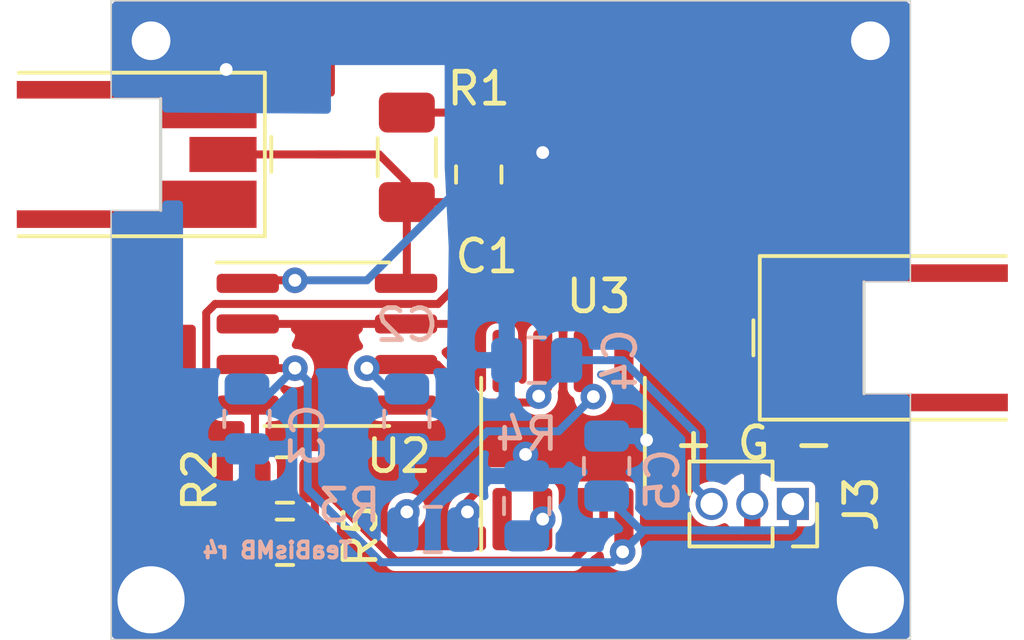
<source format=kicad_pcb>
(kicad_pcb (version 20171130) (host pcbnew "(5.1.8-0-10_14)")

  (general
    (thickness 1.6)
    (drawings 14)
    (tracks 129)
    (zones 0)
    (modules 15)
    (nets 9)
  )

  (page A4)
  (layers
    (0 F.Cu signal)
    (31 B.Cu signal)
    (32 B.Adhes user)
    (33 F.Adhes user hide)
    (34 B.Paste user)
    (35 F.Paste user)
    (36 B.SilkS user hide)
    (37 F.SilkS user)
    (38 B.Mask user hide)
    (39 F.Mask user hide)
    (40 Dwgs.User user hide)
    (41 Cmts.User user hide)
    (42 Eco1.User user hide)
    (43 Eco2.User user)
    (44 Edge.Cuts user)
    (45 Margin user hide)
    (46 B.CrtYd user)
    (47 F.CrtYd user)
    (48 B.Fab user hide)
    (49 F.Fab user hide)
  )

  (setup
    (last_trace_width 0.25)
    (trace_clearance 0.2)
    (zone_clearance 0.508)
    (zone_45_only no)
    (trace_min 0.2)
    (via_size 0.8)
    (via_drill 0.4)
    (via_min_size 0.4)
    (via_min_drill 0.3)
    (uvia_size 0.3)
    (uvia_drill 0.1)
    (uvias_allowed no)
    (uvia_min_size 0.2)
    (uvia_min_drill 0.1)
    (edge_width 0.05)
    (segment_width 0.2)
    (pcb_text_width 0.3)
    (pcb_text_size 1.5 1.5)
    (mod_edge_width 0.12)
    (mod_text_size 1 1)
    (mod_text_width 0.15)
    (pad_size 3 1.48)
    (pad_drill 0)
    (pad_to_mask_clearance 0.051)
    (solder_mask_min_width 0.25)
    (aux_axis_origin 0 0)
    (visible_elements FFFFFF7F)
    (pcbplotparams
      (layerselection 0x010fc_ffffffff)
      (usegerberextensions false)
      (usegerberattributes false)
      (usegerberadvancedattributes false)
      (creategerberjobfile false)
      (excludeedgelayer true)
      (linewidth 0.100000)
      (plotframeref false)
      (viasonmask false)
      (mode 1)
      (useauxorigin false)
      (hpglpennumber 1)
      (hpglpenspeed 20)
      (hpglpendiameter 15.000000)
      (psnegative false)
      (psa4output false)
      (plotreference true)
      (plotvalue true)
      (plotinvisibletext false)
      (padsonsilk false)
      (subtractmaskfromsilk false)
      (outputformat 1)
      (mirror false)
      (drillshape 0)
      (scaleselection 1)
      (outputdirectory "gerbers/"))
  )

  (net 0 "")
  (net 1 "Net-(C1-Pad2)")
  (net 2 "Net-(C1-Pad1)")
  (net 3 +5V)
  (net 4 -5V)
  (net 5 "Net-(J2-Pad1)")
  (net 6 "Net-(R2-Pad1)")
  (net 7 "Net-(R3-Pad2)")
  (net 8 GUARD)

  (net_class Default "This is the default net class."
    (clearance 0.2)
    (trace_width 0.25)
    (via_dia 0.8)
    (via_drill 0.4)
    (uvia_dia 0.3)
    (uvia_drill 0.1)
    (add_net +5V)
    (add_net -5V)
    (add_net GUARD)
    (add_net "Net-(C1-Pad1)")
    (add_net "Net-(C1-Pad2)")
    (add_net "Net-(J2-Pad1)")
    (add_net "Net-(R2-Pad1)")
    (add_net "Net-(R3-Pad2)")
  )

  (module Connector_PinSocket_1.27mm:PinSocket_1x03_P1.27mm_Vertical (layer F.Cu) (tedit 5A19A41D) (tstamp 5EF3C9BB)
    (at 173.325 141.5 270)
    (descr "Through hole straight socket strip, 1x03, 1.27mm pitch, single row (from Kicad 4.0.7), script generated")
    (tags "Through hole socket strip THT 1x03 1.27mm single row")
    (path /5EF6AE6A)
    (fp_text reference J3 (at 0 -2.135 90) (layer F.SilkS)
      (effects (font (size 1 1) (thickness 0.15)))
    )
    (fp_text value Conn_01x03_Male (at 0 4.675 90) (layer F.Fab)
      (effects (font (size 1 1) (thickness 0.15)))
    )
    (fp_text user %R (at 0 1.27) (layer F.Fab)
      (effects (font (size 1 1) (thickness 0.15)))
    )
    (fp_line (start -1.27 -0.635) (end 0.635 -0.635) (layer F.Fab) (width 0.1))
    (fp_line (start 0.635 -0.635) (end 1.27 0) (layer F.Fab) (width 0.1))
    (fp_line (start 1.27 0) (end 1.27 3.175) (layer F.Fab) (width 0.1))
    (fp_line (start 1.27 3.175) (end -1.27 3.175) (layer F.Fab) (width 0.1))
    (fp_line (start -1.27 3.175) (end -1.27 -0.635) (layer F.Fab) (width 0.1))
    (fp_line (start -1.33 0.635) (end -0.76 0.635) (layer F.SilkS) (width 0.12))
    (fp_line (start 0.76 0.635) (end 1.33 0.635) (layer F.SilkS) (width 0.12))
    (fp_line (start -1.33 0.635) (end -1.33 3.235) (layer F.SilkS) (width 0.12))
    (fp_line (start -1.33 3.235) (end -0.30753 3.235) (layer F.SilkS) (width 0.12))
    (fp_line (start 0.30753 3.235) (end 1.33 3.235) (layer F.SilkS) (width 0.12))
    (fp_line (start 1.33 0.635) (end 1.33 3.235) (layer F.SilkS) (width 0.12))
    (fp_line (start 1.33 -0.76) (end 1.33 0) (layer F.SilkS) (width 0.12))
    (fp_line (start 0 -0.76) (end 1.33 -0.76) (layer F.SilkS) (width 0.12))
    (fp_line (start -1.8 -1.15) (end 1.75 -1.15) (layer F.CrtYd) (width 0.05))
    (fp_line (start 1.75 -1.15) (end 1.75 3.7) (layer F.CrtYd) (width 0.05))
    (fp_line (start 1.75 3.7) (end -1.8 3.7) (layer F.CrtYd) (width 0.05))
    (fp_line (start -1.8 3.7) (end -1.8 -1.15) (layer F.CrtYd) (width 0.05))
    (pad 3 thru_hole oval (at 0 2.54 270) (size 1 1) (drill 0.7) (layers *.Cu *.Mask)
      (net 3 +5V))
    (pad 2 thru_hole oval (at 0 1.27 270) (size 1 1) (drill 0.7) (layers *.Cu *.Mask)
      (net 8 GUARD))
    (pad 1 thru_hole rect (at 0 0 270) (size 1 1) (drill 0.7) (layers *.Cu *.Mask)
      (net 4 -5V))
    (model ${KISYS3DMOD}/Connector_PinSocket_1.27mm.3dshapes/PinSocket_1x03_P1.27mm_Vertical.wrl
      (at (xyz 0 0 0))
      (scale (xyz 1 1 1))
      (rotate (xyz 0 0 0))
    )
  )

  (module Connector_Coaxial:MMCX_Molex_73415-0961_Horizontal_1.0mm-PCB (layer F.Cu) (tedit 5F4FA124) (tstamp 5F4FA7FC)
    (at 152.8 130.56)
    (descr "Molex MMCX Horizontal Coaxial https://www.molex.com/pdm_docs/sd/734150961_sd.pdf")
    (tags "Molex MMCX Horizontal Coaxial")
    (path /5EF77AF4)
    (attr smd)
    (fp_text reference J1 (at -5.5 -1.31) (layer F.SilkS) hide
      (effects (font (size 1 1) (thickness 0.15)))
    )
    (fp_text value Conn_Coaxial (at 0 3.5) (layer F.Fab)
      (effects (font (size 1 1) (thickness 0.15)))
    )
    (fp_line (start 0.75 1.75) (end 0.75 -1.75) (layer Edge.Cuts) (width 0.1))
    (fp_line (start 3.18 0) (end 3.68 -0.5) (layer F.Fab) (width 0.1))
    (fp_line (start -3.75 -2.25) (end 3.68 -2.25) (layer F.Fab) (width 0.1))
    (fp_line (start -3.75 -2.25) (end -3.75 2.25) (layer F.Fab) (width 0.1))
    (fp_line (start 3.18 0) (end 3.68 0.5) (layer F.Fab) (width 0.1))
    (fp_line (start 3.68 2.25) (end 3.68 0.5) (layer F.Fab) (width 0.1))
    (fp_line (start -3.75 2.25) (end 3.68 2.25) (layer F.Fab) (width 0.1))
    (fp_line (start -3.75 1.75) (end -3.75 -1.75) (layer Dwgs.User) (width 0.1))
    (fp_line (start -3.69 -2.56) (end 4.01 -2.56) (layer F.SilkS) (width 0.12))
    (fp_line (start 4.01 2.56) (end 4.01 -2.56) (layer F.SilkS) (width 0.12))
    (fp_line (start -3.69 2.56) (end 4.01 2.56) (layer F.SilkS) (width 0.12))
    (fp_line (start 3.68 -0.5) (end 3.68 -2.25) (layer F.Fab) (width 0.1))
    (fp_line (start 4.21 -0.55) (end 4.21 0.55) (layer F.SilkS) (width 0.12))
    (fp_line (start -4.25 -2.8) (end -4.25 2.8) (layer F.CrtYd) (width 0.05))
    (fp_line (start 4.25 -2.8) (end 4.25 2.8) (layer F.CrtYd) (width 0.05))
    (fp_line (start -4.25 2.8) (end 4.25 2.8) (layer F.CrtYd) (width 0.05))
    (fp_line (start -4.25 -2.8) (end 4.25 -2.8) (layer F.CrtYd) (width 0.05))
    (fp_text user "PCB edge" (at -3.35 0 90) (layer Dwgs.User)
      (effects (font (size 0.4 0.4) (thickness 0.06)))
    )
    (fp_text user %R (at -1.55 0) (layer F.Fab)
      (effects (font (size 1 1) (thickness 0.15)))
    )
    (pad 2 smd custom (at 2.25 1.56) (size 3 1.48) (layers F.Cu F.Paste F.Mask)
      (net 8 GUARD) (zone_connect 2)
      (options (clearance outline) (anchor rect))
      (primitives
        (gr_poly (pts
           (xy -6 0.19) (xy -6 0.74) (xy -1.5 0.74) (xy -1.5 0.19)) (width 0))
      ))
    (pad 2 smd custom (at 2.25 -1.56) (size 3 1.48) (layers F.Cu F.Paste F.Mask)
      (net 8 GUARD) (zone_connect 2)
      (options (clearance outline) (anchor rect))
      (primitives
        (gr_poly (pts
           (xy -6 -0.74) (xy -6 -0.19) (xy -1.5 -0.19) (xy -1.5 -0.74)) (width 0))
      ))
    (pad 1 smd rect (at 2.7 0) (size 2.1 1.1) (layers F.Cu F.Paste F.Mask)
      (net 1 "Net-(C1-Pad2)"))
    (model ${KISYS3DMOD}/Connector_Coaxial.3dshapes/MMCX_Molex_73415-0961_Horizontal.wrl
      (at (xyz 0 0 0))
      (scale (xyz 1 1 1))
      (rotate (xyz 0 0 0))
    )
  )

  (module Connector_Coaxial:MMCX_Molex_73415-0961_Horizontal_1.0mm-PCB (layer F.Cu) (tedit 5F4F9FE8) (tstamp 5EFB5709)
    (at 176.3 136.3 180)
    (descr "Molex MMCX Horizontal Coaxial https://www.molex.com/pdm_docs/sd/734150961_sd.pdf")
    (tags "Molex MMCX Horizontal Coaxial")
    (path /5EF75958)
    (attr smd)
    (fp_text reference J2 (at 0 -3.5 180) (layer F.SilkS) hide
      (effects (font (size 1 1) (thickness 0.15)))
    )
    (fp_text value Conn_Coaxial (at 0 3.5 180) (layer F.Fab)
      (effects (font (size 1 1) (thickness 0.15)))
    )
    (fp_line (start 0.75 1.75) (end 0.75 -1.75) (layer Edge.Cuts) (width 0.1))
    (fp_line (start 3.18 0) (end 3.68 -0.5) (layer F.Fab) (width 0.1))
    (fp_line (start -3.75 -2.25) (end 3.68 -2.25) (layer F.Fab) (width 0.1))
    (fp_line (start -3.75 -2.25) (end -3.75 2.25) (layer F.Fab) (width 0.1))
    (fp_line (start 3.18 0) (end 3.68 0.5) (layer F.Fab) (width 0.1))
    (fp_line (start 3.68 2.25) (end 3.68 0.5) (layer F.Fab) (width 0.1))
    (fp_line (start -3.75 2.25) (end 3.68 2.25) (layer F.Fab) (width 0.1))
    (fp_line (start -3.75 1.75) (end -3.75 -1.75) (layer Dwgs.User) (width 0.1))
    (fp_line (start -3.69 -2.56) (end 4.01 -2.56) (layer F.SilkS) (width 0.12))
    (fp_line (start 4.01 2.56) (end 4.01 -2.56) (layer F.SilkS) (width 0.12))
    (fp_line (start -3.69 2.56) (end 4.01 2.56) (layer F.SilkS) (width 0.12))
    (fp_line (start 3.68 -0.5) (end 3.68 -2.25) (layer F.Fab) (width 0.1))
    (fp_line (start 4.21 -0.55) (end 4.21 0.55) (layer F.SilkS) (width 0.12))
    (fp_line (start -4.25 -2.8) (end -4.25 2.8) (layer F.CrtYd) (width 0.05))
    (fp_line (start 4.25 -2.8) (end 4.25 2.8) (layer F.CrtYd) (width 0.05))
    (fp_line (start -4.25 2.8) (end 4.25 2.8) (layer F.CrtYd) (width 0.05))
    (fp_line (start -4.25 -2.8) (end 4.25 -2.8) (layer F.CrtYd) (width 0.05))
    (fp_text user "PCB edge" (at -3.35 0 270) (layer Dwgs.User)
      (effects (font (size 0.4 0.4) (thickness 0.06)))
    )
    (fp_text user %R (at -1.55 0 180) (layer F.Fab)
      (effects (font (size 1 1) (thickness 0.15)))
    )
    (pad 2 smd custom (at 2.25 1.56 180) (size 3 1.48) (layers F.Cu F.Paste F.Mask)
      (net 8 GUARD) (zone_connect 2)
      (options (clearance outline) (anchor rect))
      (primitives
        (gr_poly (pts
           (xy -6 0.19) (xy -6 0.74) (xy -1.5 0.74) (xy -1.5 0.19)) (width 0))
      ))
    (pad 2 smd custom (at 2.25 -1.56 180) (size 3 1.48) (layers F.Cu F.Paste F.Mask)
      (net 8 GUARD) (zone_connect 2)
      (options (clearance outline) (anchor rect))
      (primitives
        (gr_poly (pts
           (xy -6 -0.74) (xy -6 -0.19) (xy -1.5 -0.19) (xy -1.5 -0.74)) (width 0))
      ))
    (pad 1 smd rect (at 2.7 0 180) (size 2.1 1.1) (layers F.Cu F.Paste F.Mask)
      (net 5 "Net-(J2-Pad1)"))
    (model ${KISYS3DMOD}/Connector_Coaxial.3dshapes/MMCX_Molex_73415-0961_Horizontal.wrl
      (at (xyz 0 0 0))
      (scale (xyz 1 1 1))
      (rotate (xyz 0 0 0))
    )
  )

  (module Resistor_SMD:R_0805_2012Metric (layer F.Cu) (tedit 5B36C52B) (tstamp 5F281C74)
    (at 157.4375 142.7 180)
    (descr "Resistor SMD 0805 (2012 Metric), square (rectangular) end terminal, IPC_7351 nominal, (Body size source: https://docs.google.com/spreadsheets/d/1BsfQQcO9C6DZCsRaXUlFlo91Tg2WpOkGARC1WS5S8t0/edit?usp=sharing), generated with kicad-footprint-generator")
    (tags resistor)
    (path /5F28453F)
    (attr smd)
    (fp_text reference R5 (at -2.3625 0.2 90) (layer F.SilkS)
      (effects (font (size 1 1) (thickness 0.15)))
    )
    (fp_text value 1K (at 0 1.65) (layer F.Fab)
      (effects (font (size 1 1) (thickness 0.15)))
    )
    (fp_line (start -1 0.6) (end -1 -0.6) (layer F.Fab) (width 0.1))
    (fp_line (start -1 -0.6) (end 1 -0.6) (layer F.Fab) (width 0.1))
    (fp_line (start 1 -0.6) (end 1 0.6) (layer F.Fab) (width 0.1))
    (fp_line (start 1 0.6) (end -1 0.6) (layer F.Fab) (width 0.1))
    (fp_line (start -0.258578 -0.71) (end 0.258578 -0.71) (layer F.SilkS) (width 0.12))
    (fp_line (start -0.258578 0.71) (end 0.258578 0.71) (layer F.SilkS) (width 0.12))
    (fp_line (start -1.68 0.95) (end -1.68 -0.95) (layer F.CrtYd) (width 0.05))
    (fp_line (start -1.68 -0.95) (end 1.68 -0.95) (layer F.CrtYd) (width 0.05))
    (fp_line (start 1.68 -0.95) (end 1.68 0.95) (layer F.CrtYd) (width 0.05))
    (fp_line (start 1.68 0.95) (end -1.68 0.95) (layer F.CrtYd) (width 0.05))
    (fp_text user %R (at 0 0) (layer F.Fab)
      (effects (font (size 0.5 0.5) (thickness 0.08)))
    )
    (pad 2 smd roundrect (at 0.9375 0 180) (size 0.975 1.4) (layers F.Cu F.Paste F.Mask) (roundrect_rratio 0.25)
      (net 8 GUARD))
    (pad 1 smd roundrect (at -0.9375 0 180) (size 0.975 1.4) (layers F.Cu F.Paste F.Mask) (roundrect_rratio 0.25)
      (net 6 "Net-(R2-Pad1)"))
    (model ${KISYS3DMOD}/Resistor_SMD.3dshapes/R_0805_2012Metric.wrl
      (at (xyz 0 0 0))
      (scale (xyz 1 1 1))
      (rotate (xyz 0 0 0))
    )
  )

  (module Package_SO:SOIC-8_3.9x4.9mm_P1.27mm (layer F.Cu) (tedit 5D9F72B1) (tstamp 5EF3B53F)
    (at 166.135 139.5 90)
    (descr "SOIC, 8 Pin (JEDEC MS-012AA, https://www.analog.com/media/en/package-pcb-resources/package/pkg_pdf/soic_narrow-r/r_8.pdf), generated with kicad-footprint-generator ipc_gullwing_generator.py")
    (tags "SOIC SO")
    (path /5EF1D654)
    (attr smd)
    (fp_text reference U3 (at 4.5 1.115 180) (layer F.SilkS)
      (effects (font (size 1 1) (thickness 0.15)))
    )
    (fp_text value OP07 (at -1.205 11.684 90) (layer F.Fab) hide
      (effects (font (size 1 1) (thickness 0.15)))
    )
    (fp_line (start 3.7 -2.7) (end -3.7 -2.7) (layer F.CrtYd) (width 0.05))
    (fp_line (start 3.7 2.7) (end 3.7 -2.7) (layer F.CrtYd) (width 0.05))
    (fp_line (start -3.7 2.7) (end 3.7 2.7) (layer F.CrtYd) (width 0.05))
    (fp_line (start -3.7 -2.7) (end -3.7 2.7) (layer F.CrtYd) (width 0.05))
    (fp_line (start -1.95 -1.475) (end -0.975 -2.45) (layer F.Fab) (width 0.1))
    (fp_line (start -1.95 2.45) (end -1.95 -1.475) (layer F.Fab) (width 0.1))
    (fp_line (start 1.95 2.45) (end -1.95 2.45) (layer F.Fab) (width 0.1))
    (fp_line (start 1.95 -2.45) (end 1.95 2.45) (layer F.Fab) (width 0.1))
    (fp_line (start -0.975 -2.45) (end 1.95 -2.45) (layer F.Fab) (width 0.1))
    (fp_line (start 0 -2.56) (end -3.45 -2.56) (layer F.SilkS) (width 0.12))
    (fp_line (start 0 -2.56) (end 1.95 -2.56) (layer F.SilkS) (width 0.12))
    (fp_line (start 0 2.56) (end -1.95 2.56) (layer F.SilkS) (width 0.12))
    (fp_line (start 0 2.56) (end 1.95 2.56) (layer F.SilkS) (width 0.12))
    (fp_text user %R (at -2.602 -3.556 90) (layer F.Fab)
      (effects (font (size 0.98 0.98) (thickness 0.15)))
    )
    (pad 1 smd roundrect (at -2.475 -1.905 90) (size 1.95 0.6) (layers F.Cu F.Paste F.Mask) (roundrect_rratio 0.25))
    (pad 2 smd roundrect (at -2.475 -0.635 90) (size 1.95 0.6) (layers F.Cu F.Paste F.Mask) (roundrect_rratio 0.25)
      (net 7 "Net-(R3-Pad2)"))
    (pad 3 smd roundrect (at -2.475 0.635 90) (size 1.95 0.6) (layers F.Cu F.Paste F.Mask) (roundrect_rratio 0.25)
      (net 6 "Net-(R2-Pad1)"))
    (pad 4 smd roundrect (at -2.475 1.905 90) (size 1.95 0.6) (layers F.Cu F.Paste F.Mask) (roundrect_rratio 0.25)
      (net 4 -5V))
    (pad 5 smd roundrect (at 2.475 1.905 90) (size 1.95 0.6) (layers F.Cu F.Paste F.Mask) (roundrect_rratio 0.25))
    (pad 6 smd roundrect (at 2.475 0.635 90) (size 1.95 0.6) (layers F.Cu F.Paste F.Mask) (roundrect_rratio 0.25)
      (net 5 "Net-(J2-Pad1)"))
    (pad 7 smd roundrect (at 2.475 -0.635 90) (size 1.95 0.6) (layers F.Cu F.Paste F.Mask) (roundrect_rratio 0.25)
      (net 3 +5V))
    (pad 8 smd roundrect (at 2.475 -1.905 90) (size 1.95 0.6) (layers F.Cu F.Paste F.Mask) (roundrect_rratio 0.25))
    (model ${KISYS3DMOD}/Package_SO.3dshapes/SOIC-8_3.9x4.9mm_P1.27mm.wrl
      (at (xyz 0 0 0))
      (scale (xyz 1 1 1))
      (rotate (xyz 0 0 0))
    )
  )

  (module Capacitor_SMD:C_0805_2012Metric (layer B.Cu) (tedit 5B36C52B) (tstamp 5EF3D0F8)
    (at 161.25 138.8375 270)
    (descr "Capacitor SMD 0805 (2012 Metric), square (rectangular) end terminal, IPC_7351 nominal, (Body size source: https://docs.google.com/spreadsheets/d/1BsfQQcO9C6DZCsRaXUlFlo91Tg2WpOkGARC1WS5S8t0/edit?usp=sharing), generated with kicad-footprint-generator")
    (tags capacitor)
    (path /5EF19372)
    (attr smd)
    (fp_text reference C2 (at -2.9375 0) (layer B.SilkS)
      (effects (font (size 1 1) (thickness 0.15)) (justify mirror))
    )
    (fp_text value 100nF (at 3.1265 0 90) (layer B.Fab)
      (effects (font (size 1 1) (thickness 0.15)) (justify mirror))
    )
    (fp_line (start -1 -0.6) (end -1 0.6) (layer B.Fab) (width 0.1))
    (fp_line (start -1 0.6) (end 1 0.6) (layer B.Fab) (width 0.1))
    (fp_line (start 1 0.6) (end 1 -0.6) (layer B.Fab) (width 0.1))
    (fp_line (start 1 -0.6) (end -1 -0.6) (layer B.Fab) (width 0.1))
    (fp_line (start -0.258578 0.71) (end 0.258578 0.71) (layer B.SilkS) (width 0.12))
    (fp_line (start -0.258578 -0.71) (end 0.258578 -0.71) (layer B.SilkS) (width 0.12))
    (fp_line (start -1.68 -0.95) (end -1.68 0.95) (layer B.CrtYd) (width 0.05))
    (fp_line (start -1.68 0.95) (end 1.68 0.95) (layer B.CrtYd) (width 0.05))
    (fp_line (start 1.68 0.95) (end 1.68 -0.95) (layer B.CrtYd) (width 0.05))
    (fp_line (start 1.68 -0.95) (end -1.68 -0.95) (layer B.CrtYd) (width 0.05))
    (fp_text user %R (at 0 0 90) (layer B.Fab)
      (effects (font (size 0.5 0.5) (thickness 0.08)) (justify mirror))
    )
    (pad 2 smd roundrect (at 0.9375 0 270) (size 0.975 1.4) (layers B.Cu B.Paste B.Mask) (roundrect_rratio 0.25)
      (net 8 GUARD))
    (pad 1 smd roundrect (at -0.9375 0 270) (size 0.975 1.4) (layers B.Cu B.Paste B.Mask) (roundrect_rratio 0.25)
      (net 3 +5V))
    (model ${KISYS3DMOD}/Capacitor_SMD.3dshapes/C_0805_2012Metric.wrl
      (at (xyz 0 0 0))
      (scale (xyz 1 1 1))
      (rotate (xyz 0 0 0))
    )
  )

  (module Package_SO:SOIC-8_3.9x4.9mm_P1.27mm (layer F.Cu) (tedit 5D9F72B1) (tstamp 5EF3AD4F)
    (at 158.75 136.5)
    (descr "SOIC, 8 Pin (JEDEC MS-012AA, https://www.analog.com/media/en/package-pcb-resources/package/pkg_pdf/soic_narrow-r/r_8.pdf), generated with kicad-footprint-generator ipc_gullwing_generator.py")
    (tags "SOIC SO")
    (path /5EF0FCB2)
    (attr smd)
    (fp_text reference U2 (at 2.25 3.5) (layer F.SilkS)
      (effects (font (size 1 1) (thickness 0.15)))
    )
    (fp_text value LMP7721 (at -5.78 -4.572 270) (layer F.Fab)
      (effects (font (size 1 1) (thickness 0.15)))
    )
    (fp_line (start 0 2.56) (end 1.95 2.56) (layer F.SilkS) (width 0.12))
    (fp_line (start 0 2.56) (end -1.95 2.56) (layer F.SilkS) (width 0.12))
    (fp_line (start 0 -2.56) (end 1.95 -2.56) (layer F.SilkS) (width 0.12))
    (fp_line (start 0 -2.56) (end -3.45 -2.56) (layer F.SilkS) (width 0.12))
    (fp_line (start -0.975 -2.45) (end 1.95 -2.45) (layer F.Fab) (width 0.1))
    (fp_line (start 1.95 -2.45) (end 1.95 2.45) (layer F.Fab) (width 0.1))
    (fp_line (start 1.95 2.45) (end -1.95 2.45) (layer F.Fab) (width 0.1))
    (fp_line (start -1.95 2.45) (end -1.95 -1.475) (layer F.Fab) (width 0.1))
    (fp_line (start -1.95 -1.475) (end -0.975 -2.45) (layer F.Fab) (width 0.1))
    (fp_line (start -3.7 -2.7) (end -3.7 2.7) (layer F.CrtYd) (width 0.05))
    (fp_line (start -3.7 2.7) (end 3.7 2.7) (layer F.CrtYd) (width 0.05))
    (fp_line (start 3.7 2.7) (end 3.7 -2.7) (layer F.CrtYd) (width 0.05))
    (fp_line (start 3.7 -2.7) (end -3.7 -2.7) (layer F.CrtYd) (width 0.05))
    (fp_text user %R (at 4.253 3.683 270) (layer F.Fab)
      (effects (font (size 0.98 0.98) (thickness 0.15)))
    )
    (pad 8 smd roundrect (at 2.475 -1.905) (size 1.95 0.6) (layers F.Cu F.Paste F.Mask) (roundrect_rratio 0.25)
      (net 1 "Net-(C1-Pad2)"))
    (pad 7 smd roundrect (at 2.475 -0.635) (size 1.95 0.6) (layers F.Cu F.Paste F.Mask) (roundrect_rratio 0.25)
      (net 8 GUARD))
    (pad 6 smd roundrect (at 2.475 0.635) (size 1.95 0.6) (layers F.Cu F.Paste F.Mask) (roundrect_rratio 0.25)
      (net 3 +5V))
    (pad 5 smd roundrect (at 2.475 1.905) (size 1.95 0.6) (layers F.Cu F.Paste F.Mask) (roundrect_rratio 0.25))
    (pad 4 smd roundrect (at -2.475 1.905) (size 1.95 0.6) (layers F.Cu F.Paste F.Mask) (roundrect_rratio 0.25)
      (net 2 "Net-(C1-Pad1)"))
    (pad 3 smd roundrect (at -2.475 0.635) (size 1.95 0.6) (layers F.Cu F.Paste F.Mask) (roundrect_rratio 0.25)
      (net 4 -5V))
    (pad 2 smd roundrect (at -2.475 -0.635) (size 1.95 0.6) (layers F.Cu F.Paste F.Mask) (roundrect_rratio 0.25)
      (net 8 GUARD))
    (pad 1 smd roundrect (at -2.475 -1.905) (size 1.95 0.6) (layers F.Cu F.Paste F.Mask) (roundrect_rratio 0.25)
      (net 8 GUARD))
    (model ${KISYS3DMOD}/Package_SO.3dshapes/SOIC-8_3.9x4.9mm_P1.27mm.wrl
      (at (xyz 0 0 0))
      (scale (xyz 1 1 1))
      (rotate (xyz 0 0 0))
    )
  )

  (module Resistor_SMD:R_0805_2012Metric (layer B.Cu) (tedit 5B36C52B) (tstamp 5F2821E0)
    (at 162.0625 142.3)
    (descr "Resistor SMD 0805 (2012 Metric), square (rectangular) end terminal, IPC_7351 nominal, (Body size source: https://docs.google.com/spreadsheets/d/1BsfQQcO9C6DZCsRaXUlFlo91Tg2WpOkGARC1WS5S8t0/edit?usp=sharing), generated with kicad-footprint-generator")
    (tags resistor)
    (path /5EF3A524)
    (attr smd)
    (fp_text reference R3 (at -2.6125 -0.75) (layer B.SilkS)
      (effects (font (size 1 1) (thickness 0.15)) (justify mirror))
    )
    (fp_text value 1K (at 6.1445 1.016) (layer B.Fab) hide
      (effects (font (size 1 1) (thickness 0.15)) (justify mirror))
    )
    (fp_line (start 1.68 -0.95) (end -1.68 -0.95) (layer B.CrtYd) (width 0.05))
    (fp_line (start 1.68 0.95) (end 1.68 -0.95) (layer B.CrtYd) (width 0.05))
    (fp_line (start -1.68 0.95) (end 1.68 0.95) (layer B.CrtYd) (width 0.05))
    (fp_line (start -1.68 -0.95) (end -1.68 0.95) (layer B.CrtYd) (width 0.05))
    (fp_line (start -0.258578 -0.71) (end 0.258578 -0.71) (layer B.SilkS) (width 0.12))
    (fp_line (start -0.258578 0.71) (end 0.258578 0.71) (layer B.SilkS) (width 0.12))
    (fp_line (start 1 -0.6) (end -1 -0.6) (layer B.Fab) (width 0.1))
    (fp_line (start 1 0.6) (end 1 -0.6) (layer B.Fab) (width 0.1))
    (fp_line (start -1 0.6) (end 1 0.6) (layer B.Fab) (width 0.1))
    (fp_line (start -1 -0.6) (end -1 0.6) (layer B.Fab) (width 0.1))
    (fp_text user %R (at 0 0) (layer B.Fab)
      (effects (font (size 0.5 0.5) (thickness 0.08)) (justify mirror))
    )
    (pad 1 smd roundrect (at -0.9375 0) (size 0.975 1.4) (layers B.Cu B.Paste B.Mask) (roundrect_rratio 0.25)
      (net 5 "Net-(J2-Pad1)"))
    (pad 2 smd roundrect (at 0.9375 0) (size 0.975 1.4) (layers B.Cu B.Paste B.Mask) (roundrect_rratio 0.25)
      (net 7 "Net-(R3-Pad2)"))
    (model ${KISYS3DMOD}/Resistor_SMD.3dshapes/R_0805_2012Metric.wrl
      (at (xyz 0 0 0))
      (scale (xyz 1 1 1))
      (rotate (xyz 0 0 0))
    )
  )

  (module Capacitor_SMD:C_0805_2012Metric (layer F.Cu) (tedit 5B36C52B) (tstamp 5EF37BE0)
    (at 163.5 131.1875 270)
    (descr "Capacitor SMD 0805 (2012 Metric), square (rectangular) end terminal, IPC_7351 nominal, (Body size source: https://docs.google.com/spreadsheets/d/1BsfQQcO9C6DZCsRaXUlFlo91Tg2WpOkGARC1WS5S8t0/edit?usp=sharing), generated with kicad-footprint-generator")
    (tags capacitor)
    (path /5EF10B8C)
    (attr smd)
    (fp_text reference C1 (at 2.5625 -0.25 180) (layer F.SilkS)
      (effects (font (size 1 1) (thickness 0.15)))
    )
    (fp_text value 2pF (at -2.4615 0 180) (layer F.Fab)
      (effects (font (size 1 1) (thickness 0.15)))
    )
    (fp_line (start -1 0.6) (end -1 -0.6) (layer F.Fab) (width 0.1))
    (fp_line (start -1 -0.6) (end 1 -0.6) (layer F.Fab) (width 0.1))
    (fp_line (start 1 -0.6) (end 1 0.6) (layer F.Fab) (width 0.1))
    (fp_line (start 1 0.6) (end -1 0.6) (layer F.Fab) (width 0.1))
    (fp_line (start -0.258578 -0.71) (end 0.258578 -0.71) (layer F.SilkS) (width 0.12))
    (fp_line (start -0.258578 0.71) (end 0.258578 0.71) (layer F.SilkS) (width 0.12))
    (fp_line (start -1.68 0.95) (end -1.68 -0.95) (layer F.CrtYd) (width 0.05))
    (fp_line (start -1.68 -0.95) (end 1.68 -0.95) (layer F.CrtYd) (width 0.05))
    (fp_line (start 1.68 -0.95) (end 1.68 0.95) (layer F.CrtYd) (width 0.05))
    (fp_line (start 1.68 0.95) (end -1.68 0.95) (layer F.CrtYd) (width 0.05))
    (fp_text user %R (at 0 0 90) (layer F.Fab)
      (effects (font (size 0.5 0.5) (thickness 0.08)))
    )
    (pad 2 smd roundrect (at 0.9375 0 270) (size 0.975 1.4) (layers F.Cu F.Paste F.Mask) (roundrect_rratio 0.25)
      (net 1 "Net-(C1-Pad2)"))
    (pad 1 smd roundrect (at -0.9375 0 270) (size 0.975 1.4) (layers F.Cu F.Paste F.Mask) (roundrect_rratio 0.25)
      (net 2 "Net-(C1-Pad1)"))
    (model ${KISYS3DMOD}/Capacitor_SMD.3dshapes/C_0805_2012Metric.wrl
      (at (xyz 0 0 0))
      (scale (xyz 1 1 1))
      (rotate (xyz 0 0 0))
    )
  )

  (module Capacitor_SMD:C_0805_2012Metric (layer B.Cu) (tedit 5B36C52B) (tstamp 5EF3AE14)
    (at 156.25 138.8375 270)
    (descr "Capacitor SMD 0805 (2012 Metric), square (rectangular) end terminal, IPC_7351 nominal, (Body size source: https://docs.google.com/spreadsheets/d/1BsfQQcO9C6DZCsRaXUlFlo91Tg2WpOkGARC1WS5S8t0/edit?usp=sharing), generated with kicad-footprint-generator")
    (tags capacitor)
    (path /5EF19A26)
    (attr smd)
    (fp_text reference C3 (at 0.5125 -1.9 90) (layer B.SilkS)
      (effects (font (size 1 1) (thickness 0.15)) (justify mirror))
    )
    (fp_text value 100nF (at 0 -1.65 270) (layer B.Fab)
      (effects (font (size 1 1) (thickness 0.15)) (justify mirror))
    )
    (fp_line (start 1.68 -0.95) (end -1.68 -0.95) (layer B.CrtYd) (width 0.05))
    (fp_line (start 1.68 0.95) (end 1.68 -0.95) (layer B.CrtYd) (width 0.05))
    (fp_line (start -1.68 0.95) (end 1.68 0.95) (layer B.CrtYd) (width 0.05))
    (fp_line (start -1.68 -0.95) (end -1.68 0.95) (layer B.CrtYd) (width 0.05))
    (fp_line (start -0.258578 -0.71) (end 0.258578 -0.71) (layer B.SilkS) (width 0.12))
    (fp_line (start -0.258578 0.71) (end 0.258578 0.71) (layer B.SilkS) (width 0.12))
    (fp_line (start 1 -0.6) (end -1 -0.6) (layer B.Fab) (width 0.1))
    (fp_line (start 1 0.6) (end 1 -0.6) (layer B.Fab) (width 0.1))
    (fp_line (start -1 0.6) (end 1 0.6) (layer B.Fab) (width 0.1))
    (fp_line (start -1 -0.6) (end -1 0.6) (layer B.Fab) (width 0.1))
    (fp_text user %R (at 0 0 270) (layer B.Fab)
      (effects (font (size 0.5 0.5) (thickness 0.08)) (justify mirror))
    )
    (pad 1 smd roundrect (at -0.9375 0 270) (size 0.975 1.4) (layers B.Cu B.Paste B.Mask) (roundrect_rratio 0.25)
      (net 4 -5V))
    (pad 2 smd roundrect (at 0.9375 0 270) (size 0.975 1.4) (layers B.Cu B.Paste B.Mask) (roundrect_rratio 0.25)
      (net 8 GUARD))
    (model ${KISYS3DMOD}/Capacitor_SMD.3dshapes/C_0805_2012Metric.wrl
      (at (xyz 0 0 0))
      (scale (xyz 1 1 1))
      (rotate (xyz 0 0 0))
    )
  )

  (module Capacitor_SMD:C_0805_2012Metric (layer B.Cu) (tedit 5B36C52B) (tstamp 5EF3CC83)
    (at 165.3125 137 180)
    (descr "Capacitor SMD 0805 (2012 Metric), square (rectangular) end terminal, IPC_7351 nominal, (Body size source: https://docs.google.com/spreadsheets/d/1BsfQQcO9C6DZCsRaXUlFlo91Tg2WpOkGARC1WS5S8t0/edit?usp=sharing), generated with kicad-footprint-generator")
    (tags capacitor)
    (path /5EF23825)
    (attr smd)
    (fp_text reference C4 (at -2.6125 0 270) (layer B.SilkS)
      (effects (font (size 1 1) (thickness 0.15)) (justify mirror))
    )
    (fp_text value 10nF (at 2.4915 2.921 270) (layer B.Fab)
      (effects (font (size 1 1) (thickness 0.15)) (justify mirror))
    )
    (fp_line (start -1 -0.6) (end -1 0.6) (layer B.Fab) (width 0.1))
    (fp_line (start -1 0.6) (end 1 0.6) (layer B.Fab) (width 0.1))
    (fp_line (start 1 0.6) (end 1 -0.6) (layer B.Fab) (width 0.1))
    (fp_line (start 1 -0.6) (end -1 -0.6) (layer B.Fab) (width 0.1))
    (fp_line (start -0.258578 0.71) (end 0.258578 0.71) (layer B.SilkS) (width 0.12))
    (fp_line (start -0.258578 -0.71) (end 0.258578 -0.71) (layer B.SilkS) (width 0.12))
    (fp_line (start -1.68 -0.95) (end -1.68 0.95) (layer B.CrtYd) (width 0.05))
    (fp_line (start -1.68 0.95) (end 1.68 0.95) (layer B.CrtYd) (width 0.05))
    (fp_line (start 1.68 0.95) (end 1.68 -0.95) (layer B.CrtYd) (width 0.05))
    (fp_line (start 1.68 -0.95) (end -1.68 -0.95) (layer B.CrtYd) (width 0.05))
    (fp_text user %R (at 0 0 180) (layer B.Fab)
      (effects (font (size 0.5 0.5) (thickness 0.08)) (justify mirror))
    )
    (pad 2 smd roundrect (at 0.9375 0 180) (size 0.975 1.4) (layers B.Cu B.Paste B.Mask) (roundrect_rratio 0.25)
      (net 8 GUARD))
    (pad 1 smd roundrect (at -0.9375 0 180) (size 0.975 1.4) (layers B.Cu B.Paste B.Mask) (roundrect_rratio 0.25)
      (net 3 +5V))
    (model ${KISYS3DMOD}/Capacitor_SMD.3dshapes/C_0805_2012Metric.wrl
      (at (xyz 0 0 0))
      (scale (xyz 1 1 1))
      (rotate (xyz 0 0 0))
    )
  )

  (module Capacitor_SMD:C_0805_2012Metric (layer B.Cu) (tedit 5B36C52B) (tstamp 5EFB423A)
    (at 167.5 140.3125 90)
    (descr "Capacitor SMD 0805 (2012 Metric), square (rectangular) end terminal, IPC_7351 nominal, (Body size source: https://docs.google.com/spreadsheets/d/1BsfQQcO9C6DZCsRaXUlFlo91Tg2WpOkGARC1WS5S8t0/edit?usp=sharing), generated with kicad-footprint-generator")
    (tags capacitor)
    (path /5EF2382F)
    (attr smd)
    (fp_text reference C5 (at -0.4375 1.75 270) (layer B.SilkS)
      (effects (font (size 1 1) (thickness 0.15)) (justify mirror))
    )
    (fp_text value 10nF (at -0.0785 -2.667 180) (layer B.Fab)
      (effects (font (size 1 1) (thickness 0.15)) (justify mirror))
    )
    (fp_line (start 1.68 -0.95) (end -1.68 -0.95) (layer B.CrtYd) (width 0.05))
    (fp_line (start 1.68 0.95) (end 1.68 -0.95) (layer B.CrtYd) (width 0.05))
    (fp_line (start -1.68 0.95) (end 1.68 0.95) (layer B.CrtYd) (width 0.05))
    (fp_line (start -1.68 -0.95) (end -1.68 0.95) (layer B.CrtYd) (width 0.05))
    (fp_line (start -0.258578 -0.71) (end 0.258578 -0.71) (layer B.SilkS) (width 0.12))
    (fp_line (start -0.258578 0.71) (end 0.258578 0.71) (layer B.SilkS) (width 0.12))
    (fp_line (start 1 -0.6) (end -1 -0.6) (layer B.Fab) (width 0.1))
    (fp_line (start 1 0.6) (end 1 -0.6) (layer B.Fab) (width 0.1))
    (fp_line (start -1 0.6) (end 1 0.6) (layer B.Fab) (width 0.1))
    (fp_line (start -1 -0.6) (end -1 0.6) (layer B.Fab) (width 0.1))
    (fp_text user %R (at 0 0 270) (layer B.Fab)
      (effects (font (size 0.5 0.5) (thickness 0.08)) (justify mirror))
    )
    (pad 1 smd roundrect (at -0.9375 0 90) (size 0.975 1.4) (layers B.Cu B.Paste B.Mask) (roundrect_rratio 0.25)
      (net 4 -5V))
    (pad 2 smd roundrect (at 0.9375 0 90) (size 0.975 1.4) (layers B.Cu B.Paste B.Mask) (roundrect_rratio 0.25)
      (net 8 GUARD))
    (model ${KISYS3DMOD}/Capacitor_SMD.3dshapes/C_0805_2012Metric.wrl
      (at (xyz 0 0 0))
      (scale (xyz 1 1 1))
      (rotate (xyz 0 0 0))
    )
  )

  (module Resistor_SMD:R_1206_3216Metric (layer F.Cu) (tedit 5B301BBD) (tstamp 5EF39C60)
    (at 161.25 130.65 270)
    (descr "Resistor SMD 1206 (3216 Metric), square (rectangular) end terminal, IPC_7351 nominal, (Body size source: http://www.tortai-tech.com/upload/download/2011102023233369053.pdf), generated with kicad-footprint-generator")
    (tags resistor)
    (path /5EF10474)
    (attr smd)
    (fp_text reference R1 (at -2.15 -2.25 180) (layer F.SilkS)
      (effects (font (size 1 1) (thickness 0.15)))
    )
    (fp_text value 1M (at -13.465 0 180) (layer F.Fab) hide
      (effects (font (size 1 1) (thickness 0.15)))
    )
    (fp_line (start 2.28 1.12) (end -2.28 1.12) (layer F.CrtYd) (width 0.05))
    (fp_line (start 2.28 -1.12) (end 2.28 1.12) (layer F.CrtYd) (width 0.05))
    (fp_line (start -2.28 -1.12) (end 2.28 -1.12) (layer F.CrtYd) (width 0.05))
    (fp_line (start -2.28 1.12) (end -2.28 -1.12) (layer F.CrtYd) (width 0.05))
    (fp_line (start -0.602064 0.91) (end 0.602064 0.91) (layer F.SilkS) (width 0.12))
    (fp_line (start -0.602064 -0.91) (end 0.602064 -0.91) (layer F.SilkS) (width 0.12))
    (fp_line (start 1.6 0.8) (end -1.6 0.8) (layer F.Fab) (width 0.1))
    (fp_line (start 1.6 -0.8) (end 1.6 0.8) (layer F.Fab) (width 0.1))
    (fp_line (start -1.6 -0.8) (end 1.6 -0.8) (layer F.Fab) (width 0.1))
    (fp_line (start -1.6 0.8) (end -1.6 -0.8) (layer F.Fab) (width 0.1))
    (fp_text user %R (at 2.924 0 180) (layer F.Fab)
      (effects (font (size 0.8 0.8) (thickness 0.12)))
    )
    (pad 1 smd roundrect (at -1.4 0 270) (size 1.25 1.75) (layers F.Cu F.Paste F.Mask) (roundrect_rratio 0.2)
      (net 2 "Net-(C1-Pad1)"))
    (pad 2 smd roundrect (at 1.4 0 270) (size 1.25 1.75) (layers F.Cu F.Paste F.Mask) (roundrect_rratio 0.2)
      (net 1 "Net-(C1-Pad2)"))
    (model ${KISYS3DMOD}/Resistor_SMD.3dshapes/R_1206_3216Metric.wrl
      (at (xyz 0 0 0))
      (scale (xyz 1 1 1))
      (rotate (xyz 0 0 0))
    )
  )

  (module Resistor_SMD:R_0805_2012Metric (layer F.Cu) (tedit 5B36C52B) (tstamp 5F28336B)
    (at 157.4375 140.75 180)
    (descr "Resistor SMD 0805 (2012 Metric), square (rectangular) end terminal, IPC_7351 nominal, (Body size source: https://docs.google.com/spreadsheets/d/1BsfQQcO9C6DZCsRaXUlFlo91Tg2WpOkGARC1WS5S8t0/edit?usp=sharing), generated with kicad-footprint-generator")
    (tags resistor)
    (path /5EF48B4D)
    (attr smd)
    (fp_text reference R2 (at 2.6625 0 90) (layer F.SilkS)
      (effects (font (size 1 1) (thickness 0.15)))
    )
    (fp_text value 100 (at 2.9375 0) (layer F.Fab)
      (effects (font (size 1 1) (thickness 0.15)))
    )
    (fp_line (start 1.68 0.95) (end -1.68 0.95) (layer F.CrtYd) (width 0.05))
    (fp_line (start 1.68 -0.95) (end 1.68 0.95) (layer F.CrtYd) (width 0.05))
    (fp_line (start -1.68 -0.95) (end 1.68 -0.95) (layer F.CrtYd) (width 0.05))
    (fp_line (start -1.68 0.95) (end -1.68 -0.95) (layer F.CrtYd) (width 0.05))
    (fp_line (start -0.258578 0.71) (end 0.258578 0.71) (layer F.SilkS) (width 0.12))
    (fp_line (start -0.258578 -0.71) (end 0.258578 -0.71) (layer F.SilkS) (width 0.12))
    (fp_line (start 1 0.6) (end -1 0.6) (layer F.Fab) (width 0.1))
    (fp_line (start 1 -0.6) (end 1 0.6) (layer F.Fab) (width 0.1))
    (fp_line (start -1 -0.6) (end 1 -0.6) (layer F.Fab) (width 0.1))
    (fp_line (start -1 0.6) (end -1 -0.6) (layer F.Fab) (width 0.1))
    (fp_text user %R (at 0 0) (layer F.Fab)
      (effects (font (size 0.5 0.5) (thickness 0.08)))
    )
    (pad 1 smd roundrect (at -0.9375 0 180) (size 0.975 1.4) (layers F.Cu F.Paste F.Mask) (roundrect_rratio 0.25)
      (net 6 "Net-(R2-Pad1)"))
    (pad 2 smd roundrect (at 0.9375 0 180) (size 0.975 1.4) (layers F.Cu F.Paste F.Mask) (roundrect_rratio 0.25)
      (net 2 "Net-(C1-Pad1)"))
    (model ${KISYS3DMOD}/Resistor_SMD.3dshapes/R_0805_2012Metric.wrl
      (at (xyz 0 0 0))
      (scale (xyz 1 1 1))
      (rotate (xyz 0 0 0))
    )
  )

  (module Resistor_SMD:R_0805_2012Metric (layer B.Cu) (tedit 5B36C52B) (tstamp 5EF3C0B0)
    (at 165 141.5625 270)
    (descr "Resistor SMD 0805 (2012 Metric), square (rectangular) end terminal, IPC_7351 nominal, (Body size source: https://docs.google.com/spreadsheets/d/1BsfQQcO9C6DZCsRaXUlFlo91Tg2WpOkGARC1WS5S8t0/edit?usp=sharing), generated with kicad-footprint-generator")
    (tags resistor)
    (path /5EF3B232)
    (attr smd)
    (fp_text reference R4 (at -2.25 0 180) (layer B.SilkS)
      (effects (font (size 1 1) (thickness 0.15)) (justify mirror))
    )
    (fp_text value 100 (at 0 -1.65 270) (layer B.Fab)
      (effects (font (size 1 1) (thickness 0.15)) (justify mirror))
    )
    (fp_line (start -1 -0.6) (end -1 0.6) (layer B.Fab) (width 0.1))
    (fp_line (start -1 0.6) (end 1 0.6) (layer B.Fab) (width 0.1))
    (fp_line (start 1 0.6) (end 1 -0.6) (layer B.Fab) (width 0.1))
    (fp_line (start 1 -0.6) (end -1 -0.6) (layer B.Fab) (width 0.1))
    (fp_line (start -0.258578 0.71) (end 0.258578 0.71) (layer B.SilkS) (width 0.12))
    (fp_line (start -0.258578 -0.71) (end 0.258578 -0.71) (layer B.SilkS) (width 0.12))
    (fp_line (start -1.68 -0.95) (end -1.68 0.95) (layer B.CrtYd) (width 0.05))
    (fp_line (start -1.68 0.95) (end 1.68 0.95) (layer B.CrtYd) (width 0.05))
    (fp_line (start 1.68 0.95) (end 1.68 -0.95) (layer B.CrtYd) (width 0.05))
    (fp_line (start 1.68 -0.95) (end -1.68 -0.95) (layer B.CrtYd) (width 0.05))
    (fp_text user %R (at 0 0 270) (layer B.Fab)
      (effects (font (size 0.5 0.5) (thickness 0.08)) (justify mirror))
    )
    (pad 2 smd roundrect (at 0.9375 0 270) (size 0.975 1.4) (layers B.Cu B.Paste B.Mask) (roundrect_rratio 0.25)
      (net 7 "Net-(R3-Pad2)"))
    (pad 1 smd roundrect (at -0.9375 0 270) (size 0.975 1.4) (layers B.Cu B.Paste B.Mask) (roundrect_rratio 0.25)
      (net 8 GUARD))
    (model ${KISYS3DMOD}/Resistor_SMD.3dshapes/R_0805_2012Metric.wrl
      (at (xyz 0 0 0))
      (scale (xyz 1 1 1))
      (rotate (xyz 0 0 0))
    )
  )

  (gr_line (start 177 125.75) (end 177 134.55) (layer Edge.Cuts) (width 0.05) (tstamp 60E8A32E))
  (gr_line (start 153.55 132.31) (end 152 132.31) (layer Edge.Cuts) (width 0.05) (tstamp 5F4FA849))
  (gr_line (start 153.55 128.81) (end 152 128.81) (layer Edge.Cuts) (width 0.05) (tstamp 5F4FA848))
  (gr_line (start 177 134.55) (end 175.55 134.55) (layer Edge.Cuts) (width 0.05))
  (gr_line (start 175.55 138.05) (end 177 138.05) (layer Edge.Cuts) (width 0.05) (tstamp 5F4FA32C))
  (gr_text "+ G -" (at 172.1 139.6) (layer F.SilkS)
    (effects (font (size 1 1) (thickness 0.15)))
  )
  (gr_line (start 177 140.75) (end 177 138.05) (layer Edge.Cuts) (width 0.05))
  (gr_line (start 177 145.75) (end 177 140.75) (layer Edge.Cuts) (width 0.05) (tstamp 5EFB3A7F))
  (gr_line (start 152 145.75) (end 177 145.75) (layer Edge.Cuts) (width 0.05))
  (gr_line (start 152 140.75) (end 152 145.75) (layer Edge.Cuts) (width 0.05))
  (gr_line (start 152 140.75) (end 152 132.31) (layer Edge.Cuts) (width 0.05))
  (gr_text "TeaBisMB r4" (at 157.2 142.95) (layer B.SilkS)
    (effects (font (size 0.5 0.5) (thickness 0.125)) (justify mirror))
  )
  (gr_line (start 177 125.75) (end 152 125.75) (layer Edge.Cuts) (width 0.05) (tstamp 5EF39B7D))
  (gr_line (start 152 128.81) (end 152 125.75) (layer Edge.Cuts) (width 0.05))

  (segment (start 159.139636 130.56) (end 158.45 130.56) (width 0.25) (layer F.Cu) (net 1))
  (segment (start 161.25 131.425) (end 161.25 132.05) (width 0.25) (layer F.Cu) (net 1) (status 30))
  (segment (start 160.385 130.56) (end 161.25 131.425) (width 0.25) (layer F.Cu) (net 1) (status 20))
  (segment (start 158.45 130.56) (end 160.385 130.56) (width 0.25) (layer F.Cu) (net 1))
  (segment (start 163.425 132.05) (end 163.5 132.125) (width 0.25) (layer F.Cu) (net 1) (status 30))
  (segment (start 161.25 132.05) (end 163.425 132.05) (width 0.25) (layer F.Cu) (net 1) (status 30))
  (segment (start 161.25 134.57) (end 161.225 134.595) (width 0.25) (layer F.Cu) (net 1) (status 30))
  (segment (start 161.25 132.05) (end 161.25 134.57) (width 0.25) (layer F.Cu) (net 1) (tstamp 5EFB5A3C) (status 30))
  (segment (start 155.54 130.56) (end 155.5 130.6) (width 0.25) (layer F.Cu) (net 1) (status 30))
  (segment (start 158.45 130.56) (end 155.54 130.56) (width 0.25) (layer F.Cu) (net 1) (status 20))
  (segment (start 162.5 129.25) (end 163.5 130.25) (width 0.25) (layer F.Cu) (net 2) (status 20))
  (segment (start 161.25 129.25) (end 162.5 129.25) (width 0.25) (layer F.Cu) (net 2) (status 10))
  (segment (start 164.52501 131.27501) (end 163.5 130.25) (width 0.25) (layer F.Cu) (net 2) (status 20))
  (segment (start 164.52501 132.941758) (end 164.52501 131.27501) (width 0.25) (layer F.Cu) (net 2))
  (segment (start 162.226778 135.23999) (end 164.52501 132.941758) (width 0.25) (layer F.Cu) (net 2))
  (segment (start 155.253242 135.23999) (end 162.226778 135.23999) (width 0.25) (layer F.Cu) (net 2))
  (segment (start 154.97499 135.518242) (end 155.253242 135.23999) (width 0.25) (layer F.Cu) (net 2))
  (segment (start 154.97499 138.07999) (end 154.97499 135.518242) (width 0.25) (layer F.Cu) (net 2))
  (segment (start 155.3 138.405) (end 154.97499 138.07999) (width 0.25) (layer F.Cu) (net 2) (status 10))
  (segment (start 156.275 138.405) (end 155.3 138.405) (width 0.25) (layer F.Cu) (net 2) (status 30))
  (segment (start 156.5 138.63) (end 156.275 138.405) (width 0.25) (layer F.Cu) (net 2) (status 30))
  (segment (start 156.5 140.75) (end 156.5 138.63) (width 0.25) (layer F.Cu) (net 2) (status 30))
  (via (at 160 137.25) (size 0.8) (drill 0.4) (layers F.Cu B.Cu) (net 3))
  (segment (start 161.25 138.25) (end 161 138.25) (width 0.25) (layer B.Cu) (net 3) (status 30))
  (segment (start 161 138.25) (end 160 137.25) (width 0.25) (layer B.Cu) (net 3) (status 10))
  (segment (start 161.11 137.25) (end 161.225 137.135) (width 0.25) (layer F.Cu) (net 3) (status 30))
  (segment (start 160 137.25) (end 161.11 137.25) (width 0.25) (layer F.Cu) (net 3) (status 20))
  (segment (start 162.2 137.135) (end 161.225 137.135) (width 0.25) (layer F.Cu) (net 3) (status 20))
  (segment (start 163.39001 138.32501) (end 162.2 137.135) (width 0.25) (layer F.Cu) (net 3) (tstamp 5EFB5A16))
  (segment (start 165.17499 138.32501) (end 163.39001 138.32501) (width 0.25) (layer F.Cu) (net 3))
  (segment (start 170.285001 141.000001) (end 170.285001 139.285001) (width 0.25) (layer B.Cu) (net 3))
  (segment (start 170.785 141.5) (end 170.285001 141.000001) (width 0.25) (layer B.Cu) (net 3) (status 10))
  (segment (start 168 137) (end 166.25 137) (width 0.25) (layer B.Cu) (net 3) (status 20))
  (segment (start 170.285001 139.285001) (end 168 137) (width 0.25) (layer B.Cu) (net 3))
  (segment (start 166.25 137.25) (end 165.375 138.125) (width 0.25) (layer B.Cu) (net 3) (status 10))
  (via (at 165.375 138.125) (size 0.8) (drill 0.4) (layers F.Cu B.Cu) (net 3))
  (segment (start 166.25 137) (end 166.25 137.25) (width 0.25) (layer B.Cu) (net 3) (status 30))
  (segment (start 165.375 138.125) (end 165.17499 138.32501) (width 0.25) (layer F.Cu) (net 3))
  (segment (start 165.5 138) (end 165.375 138.125) (width 0.25) (layer F.Cu) (net 3))
  (segment (start 165.5 137.025) (end 165.5 138) (width 0.25) (layer F.Cu) (net 3) (status 10))
  (via (at 157.75 137.25) (size 0.8) (drill 0.4) (layers F.Cu B.Cu) (net 4))
  (segment (start 156.25 138.25) (end 156.75 138.25) (width 0.25) (layer B.Cu) (net 4) (status 30))
  (segment (start 156.75 138.25) (end 157.75 137.25) (width 0.25) (layer B.Cu) (net 4) (status 10))
  (segment (start 156.39 137.25) (end 156.275 137.135) (width 0.25) (layer F.Cu) (net 4) (status 30))
  (segment (start 157.75 137.25) (end 156.39 137.25) (width 0.25) (layer F.Cu) (net 4) (status 20))
  (segment (start 168.575001 142.325001) (end 167.5 141.25) (width 0.25) (layer B.Cu) (net 4) (status 20))
  (segment (start 173.249999 142.325001) (end 168.575001 142.325001) (width 0.25) (layer B.Cu) (net 4))
  (segment (start 173.325 142.25) (end 173.249999 142.325001) (width 0.25) (layer B.Cu) (net 4))
  (segment (start 173.325 141.5) (end 173.325 142.25) (width 0.25) (layer B.Cu) (net 4) (status 10))
  (segment (start 158.149999 137.649999) (end 157.75 137.25) (width 0.25) (layer B.Cu) (net 4))
  (via (at 168 143) (size 0.8) (drill 0.4) (layers F.Cu B.Cu) (net 4))
  (segment (start 168.575001 142.325001) (end 168.575001 142.424999) (width 0.25) (layer B.Cu) (net 4))
  (segment (start 168.575001 142.424999) (end 168 143) (width 0.25) (layer B.Cu) (net 4))
  (segment (start 168 142.015) (end 168.04 141.975) (width 0.25) (layer F.Cu) (net 4) (status 30))
  (segment (start 168 143) (end 168 142.015) (width 0.25) (layer F.Cu) (net 4) (status 20))
  (segment (start 158.149999 141.029349) (end 158.149999 137.649999) (width 0.25) (layer B.Cu) (net 4))
  (segment (start 160.44566 143.32501) (end 158.149999 141.029349) (width 0.25) (layer B.Cu) (net 4))
  (segment (start 167.67499 143.32501) (end 160.44566 143.32501) (width 0.25) (layer B.Cu) (net 4))
  (segment (start 168 143) (end 167.67499 143.32501) (width 0.25) (layer B.Cu) (net 4))
  (segment (start 170.575 136.3) (end 169.885364 136.3) (width 0.25) (layer F.Cu) (net 5))
  (segment (start 166.77 135.73) (end 166.77 137.025) (width 0.25) (layer F.Cu) (net 5) (status 20))
  (segment (start 167.25 135.25) (end 166.77 135.73) (width 0.25) (layer F.Cu) (net 5))
  (via (at 161.25 141.75) (size 0.8) (drill 0.4) (layers F.Cu B.Cu) (net 5) (status 30))
  (segment (start 161.25 142.375) (end 161.125 142.5) (width 0.25) (layer B.Cu) (net 5) (status 30))
  (segment (start 161.25 141.75) (end 161.25 142.375) (width 0.25) (layer B.Cu) (net 5) (status 30))
  (segment (start 168.2 135.25) (end 167.25 135.25) (width 0.25) (layer F.Cu) (net 5))
  (segment (start 169.25 136.3) (end 168.2 135.25) (width 0.25) (layer F.Cu) (net 5))
  (segment (start 173.6 136.3) (end 169.25 136.3) (width 0.25) (layer F.Cu) (net 5) (status 10))
  (via (at 167.085072 138.13992) (size 0.8) (drill 0.4) (layers F.Cu B.Cu) (net 5))
  (segment (start 166.000003 139.224989) (end 167.085072 138.13992) (width 0.25) (layer B.Cu) (net 5))
  (segment (start 163.775011 139.224989) (end 166.000003 139.224989) (width 0.25) (layer B.Cu) (net 5))
  (segment (start 161.25 141.75) (end 163.775011 139.224989) (width 0.25) (layer B.Cu) (net 5) (status 10))
  (segment (start 166.77 137.824848) (end 167.085072 138.13992) (width 0.25) (layer F.Cu) (net 5) (status 10))
  (segment (start 166.77 137.025) (end 166.77 137.824848) (width 0.25) (layer F.Cu) (net 5) (status 30))
  (segment (start 160.90001 143.27501) (end 158.375 140.75) (width 0.25) (layer F.Cu) (net 6) (status 20))
  (segment (start 166.77 142.95) (end 166.44499 143.27501) (width 0.25) (layer F.Cu) (net 6))
  (segment (start 166.44499 143.27501) (end 160.90001 143.27501) (width 0.25) (layer F.Cu) (net 6))
  (segment (start 166.77 141.975) (end 166.77 142.95) (width 0.25) (layer F.Cu) (net 6) (status 10))
  (segment (start 158.375 140.75) (end 158.375 142.7) (width 0.25) (layer F.Cu) (net 6) (status 30))
  (via (at 163.146768 141.75) (size 0.8) (drill 0.4) (layers F.Cu B.Cu) (net 7) (status 30))
  (segment (start 165.5 141.975) (end 165.5 141) (width 0.25) (layer F.Cu) (net 7) (status 30))
  (segment (start 165.5 141) (end 165.17499 140.67499) (width 0.25) (layer F.Cu) (net 7) (status 10))
  (segment (start 165.17499 140.67499) (end 163.883242 140.67499) (width 0.25) (layer F.Cu) (net 7))
  (segment (start 163.883242 140.67499) (end 163.146768 141.411464) (width 0.25) (layer F.Cu) (net 7))
  (segment (start 163.146768 141.411464) (end 163.146768 141.75) (width 0.25) (layer F.Cu) (net 7))
  (segment (start 163.146768 142.353232) (end 163 142.5) (width 0.25) (layer B.Cu) (net 7) (status 30))
  (segment (start 163.146768 141.75) (end 163.146768 142.353232) (width 0.25) (layer B.Cu) (net 7) (status 30))
  (via (at 165.5 141.975) (size 0.8) (drill 0.4) (layers F.Cu B.Cu) (net 7) (status 30))
  (segment (start 165 142.6875) (end 165 142.475) (width 0.25) (layer B.Cu) (net 7) (status 30))
  (segment (start 165 142.475) (end 165.5 141.975) (width 0.25) (layer B.Cu) (net 7) (status 10))
  (segment (start 171 132.12) (end 171.481587 132.12) (width 0.25) (layer F.Cu) (net 8))
  (segment (start 171.481587 132.12) (end 171.886587 132.525) (width 0.25) (layer F.Cu) (net 8))
  (via (at 175.75 144.5) (size 2.22) (drill 2.1) (layers F.Cu B.Cu) (net 8) (tstamp 5EF3C1C3))
  (via (at 175.75 127) (size 1.22) (drill 1.21) (layers F.Cu B.Cu) (net 8) (tstamp 5EF3C1DF))
  (via (at 153.25 127) (size 1.22) (drill 1.21) (layers F.Cu B.Cu) (net 8) (tstamp 5EF3C202))
  (via (at 153.25 144.5) (size 2.11) (drill 2.1) (layers F.Cu B.Cu) (net 8) (tstamp 5EFB3294))
  (segment (start 171.025 134.74) (end 170.76 134.74) (width 0.25) (layer F.Cu) (net 8))
  (segment (start 170.76 134.74) (end 170.75 134.75) (width 0.25) (layer F.Cu) (net 8))
  (segment (start 170.75 134.75) (end 170.75 137.585) (width 0.25) (layer B.Cu) (net 8))
  (segment (start 170.75 137.585) (end 171.025 137.86) (width 0.25) (layer B.Cu) (net 8))
  (via (at 168.75 139.5) (size 0.8) (drill 0.4) (layers F.Cu B.Cu) (net 8))
  (segment (start 167.5 139.375) (end 168.625 139.375) (width 0.25) (layer B.Cu) (net 8) (status 10))
  (segment (start 168.625 139.375) (end 168.75 139.5) (width 0.25) (layer B.Cu) (net 8))
  (segment (start 156 127) (end 153.25 127) (width 0.25) (layer F.Cu) (net 8))
  (segment (start 152.35001 145.39999) (end 176.64999 145.39999) (width 0.25) (layer F.Cu) (net 8))
  (segment (start 152.35001 132.68501) (end 152.35001 145.39999) (width 0.25) (layer F.Cu) (net 8) (status 10))
  (segment (start 175.75 144.5) (end 153.25 144.5) (width 0.25) (layer F.Cu) (net 8))
  (segment (start 176.64999 145.39999) (end 175.75 144.5) (width 0.25) (layer F.Cu) (net 8))
  (segment (start 155.05 128.45) (end 155.6 127.9) (width 0.25) (layer F.Cu) (net 8) (status 10))
  (via (at 155.6 127.9) (size 0.8) (drill 0.4) (layers F.Cu B.Cu) (net 8))
  (segment (start 155.05 129.04) (end 155.05 128.45) (width 0.25) (layer F.Cu) (net 8) (status 30))
  (via (at 165.5 130.5) (size 0.8) (drill 0.4) (layers F.Cu B.Cu) (net 8))
  (via (at 157.75 134.5) (size 0.8) (drill 0.4) (layers F.Cu B.Cu) (net 8))
  (segment (start 156.37 134.5) (end 156.275 134.595) (width 0.25) (layer F.Cu) (net 8) (status 30))
  (segment (start 157.75 134.5) (end 156.37 134.5) (width 0.25) (layer F.Cu) (net 8) (status 20))
  (segment (start 160 134.5) (end 157.75 134.5) (width 0.25) (layer B.Cu) (net 8))
  (segment (start 164 130.5) (end 160 134.5) (width 0.25) (layer B.Cu) (net 8))
  (via (at 164.963906 139.94999) (size 0.8) (drill 0.4) (layers F.Cu B.Cu) (net 8))
  (segment (start 166.14499 138.768906) (end 164.963906 139.94999) (width 0.25) (layer F.Cu) (net 8))
  (segment (start 164.963906 140.776406) (end 165 140.8125) (width 0.25) (layer B.Cu) (net 8) (status 30))
  (segment (start 164.963906 139.94999) (end 164.963906 140.776406) (width 0.25) (layer B.Cu) (net 8) (status 20))
  (segment (start 166.1625 130.5) (end 165.5 130.5) (width 0.25) (layer F.Cu) (net 8))
  (segment (start 165.5 130.5) (end 164 130.5) (width 0.25) (layer B.Cu) (net 8))
  (segment (start 166.1625 130.5) (end 166.1625 132.4) (width 0.25) (layer F.Cu) (net 8))
  (segment (start 166.14499 132.41751) (end 166.1625 132.4) (width 0.25) (layer F.Cu) (net 8))
  (segment (start 166.14499 138.768906) (end 166.14499 132.41751) (width 0.25) (layer F.Cu) (net 8))
  (segment (start 162.6975 135.865) (end 166.1625 132.4) (width 0.25) (layer F.Cu) (net 8))
  (segment (start 161.225 135.865) (end 162.6975 135.865) (width 0.25) (layer F.Cu) (net 8) (status 10))
  (segment (start 156.275 135.865) (end 161.225 135.865) (width 0.25) (layer F.Cu) (net 8) (status 30))

  (zone (net 0) (net_name "") (layer F.Mask) (tstamp 60E8A2FF) (hatch edge 0.508)
    (connect_pads (clearance 0.508))
    (min_thickness 0.254)
    (fill yes (arc_segments 32) (thermal_gap 0.508) (thermal_bridge_width 0.508))
    (polygon
      (pts
        (xy 177 138.5) (xy 175 138.5) (xy 175 127.75) (xy 154 127.75) (xy 154 128.75)
        (xy 152 128.75) (xy 152 125.75) (xy 177 125.75)
      )
    )
    (filled_polygon
      (pts
        (xy 176.873 134.55) (xy 175.55 134.55) (xy 175.55 138.05) (xy 176.873 138.05) (xy 176.873 138.373)
        (xy 175.127 138.373) (xy 175.127 127.75) (xy 175.12456 127.725224) (xy 175.117333 127.701399) (xy 175.105597 127.679443)
        (xy 175.089803 127.660197) (xy 175.070557 127.644403) (xy 175.048601 127.632667) (xy 175.024776 127.62544) (xy 175 127.623)
        (xy 154 127.623) (xy 153.975224 127.62544) (xy 153.951399 127.632667) (xy 153.929443 127.644403) (xy 153.910197 127.660197)
        (xy 153.894403 127.679443) (xy 153.882667 127.701399) (xy 153.87544 127.725224) (xy 153.873 127.75) (xy 153.873 128.623)
        (xy 152.127 128.623) (xy 152.127 125.877) (xy 176.873 125.877)
      )
    )
  )
  (zone (net 0) (net_name "") (layer F.Mask) (tstamp 60E8A2FC) (hatch edge 0.508)
    (connect_pads (clearance 0.508))
    (min_thickness 0.254)
    (fill yes (arc_segments 32) (thermal_gap 0.508) (thermal_bridge_width 0.508))
    (polygon
      (pts
        (xy 154 143.75) (xy 175 143.75) (xy 175 138.5) (xy 177 138.5) (xy 177 145.75)
        (xy 152 145.75) (xy 152 132.75) (xy 154 132.75)
      )
    )
    (filled_polygon
      (pts
        (xy 153.873 143.75) (xy 153.87544 143.774776) (xy 153.882667 143.798601) (xy 153.894403 143.820557) (xy 153.910197 143.839803)
        (xy 153.929443 143.855597) (xy 153.951399 143.867333) (xy 153.975224 143.87456) (xy 154 143.877) (xy 175 143.877)
        (xy 175.024776 143.87456) (xy 175.048601 143.867333) (xy 175.070557 143.855597) (xy 175.089803 143.839803) (xy 175.105597 143.820557)
        (xy 175.117333 143.798601) (xy 175.12456 143.774776) (xy 175.127 143.75) (xy 175.127 138.627) (xy 176.873 138.627)
        (xy 176.873 145.623) (xy 152.127 145.623) (xy 152.127 132.877) (xy 153.873 132.877)
      )
    )
  )
  (zone (net 0) (net_name "") (layer B.Mask) (tstamp 60E8A2F9) (hatch edge 0.508)
    (connect_pads (clearance 0.508))
    (min_thickness 0.254)
    (fill yes (arc_segments 32) (thermal_gap 0.508) (thermal_bridge_width 0.508))
    (polygon
      (pts
        (xy 177 145.75) (xy 152 145.75) (xy 152 132.25) (xy 154 132.25) (xy 154 143.75)
        (xy 175 143.75) (xy 175 127.75) (xy 154 127.75) (xy 154 128.75) (xy 152 128.75)
        (xy 152 125.75) (xy 177 125.75)
      )
    )
    (filled_polygon
      (pts
        (xy 176.873 134.55) (xy 175.55 134.55) (xy 175.55 138.05) (xy 176.873 138.05) (xy 176.873 145.623)
        (xy 152.127 145.623) (xy 152.127 132.377) (xy 153.873 132.377) (xy 153.873 143.75) (xy 153.87544 143.774776)
        (xy 153.882667 143.798601) (xy 153.894403 143.820557) (xy 153.910197 143.839803) (xy 153.929443 143.855597) (xy 153.951399 143.867333)
        (xy 153.975224 143.87456) (xy 154 143.877) (xy 175 143.877) (xy 175.024776 143.87456) (xy 175.048601 143.867333)
        (xy 175.070557 143.855597) (xy 175.089803 143.839803) (xy 175.105597 143.820557) (xy 175.117333 143.798601) (xy 175.12456 143.774776)
        (xy 175.127 143.75) (xy 175.127 127.75) (xy 175.12456 127.725224) (xy 175.117333 127.701399) (xy 175.105597 127.679443)
        (xy 175.089803 127.660197) (xy 175.070557 127.644403) (xy 175.048601 127.632667) (xy 175.024776 127.62544) (xy 175 127.623)
        (xy 154 127.623) (xy 153.975224 127.62544) (xy 153.951399 127.632667) (xy 153.929443 127.644403) (xy 153.910197 127.660197)
        (xy 153.894403 127.679443) (xy 153.882667 127.701399) (xy 153.87544 127.725224) (xy 153.873 127.75) (xy 153.873 128.623)
        (xy 152.127 128.623) (xy 152.127 125.877) (xy 176.873 125.877)
      )
    )
  )
  (zone (net 8) (net_name GUARD) (layer B.Cu) (tstamp 60E8A2F6) (hatch edge 0.508)
    (connect_pads (clearance 0))
    (min_thickness 0.254)
    (fill yes (arc_segments 32) (thermal_gap 0.508) (thermal_bridge_width 0.508))
    (polygon
      (pts
        (xy 177 145.75) (xy 152 145.75) (xy 152 132) (xy 154.25 132) (xy 154.25 137.25)
        (xy 162.5 137.25) (xy 162.56 133.477) (xy 162.433 130.929) (xy 162.433 128.659) (xy 162.433 127.762)
        (xy 158.877 127.762) (xy 158.877 129.286) (xy 154 129.25) (xy 152 129.25) (xy 152 125.75)
        (xy 177 125.75)
      )
    )
    (filled_polygon
      (pts
        (xy 176.848001 134.398) (xy 175.641106 134.398) (xy 175.618062 134.385682) (xy 175.584697 134.375561) (xy 175.55 134.372144)
        (xy 175.515302 134.375561) (xy 175.481937 134.385682) (xy 175.451189 134.402118) (xy 175.424237 134.424238) (xy 175.402118 134.45119)
        (xy 175.385682 134.481938) (xy 175.375561 134.515303) (xy 175.373 134.541309) (xy 175.373001 138.058692) (xy 175.375562 138.084698)
        (xy 175.385683 138.118063) (xy 175.402119 138.148811) (xy 175.424238 138.175763) (xy 175.45119 138.197882) (xy 175.481938 138.214318)
        (xy 175.515303 138.224439) (xy 175.55 138.227856) (xy 175.584698 138.224439) (xy 175.618063 138.214318) (xy 175.641107 138.202)
        (xy 176.848001 138.202) (xy 176.848 140.757461) (xy 176.848001 140.757471) (xy 176.848 145.598) (xy 152.152 145.598)
        (xy 152.152 140.2625) (xy 154.911928 140.2625) (xy 154.924188 140.386982) (xy 154.960498 140.50668) (xy 155.019463 140.616994)
        (xy 155.098815 140.713685) (xy 155.195506 140.793037) (xy 155.30582 140.852002) (xy 155.425518 140.888312) (xy 155.55 140.900572)
        (xy 155.96425 140.8975) (xy 156.123 140.73875) (xy 156.123 139.902) (xy 156.377 139.902) (xy 156.377 140.73875)
        (xy 156.53575 140.8975) (xy 156.95 140.900572) (xy 157.074482 140.888312) (xy 157.19418 140.852002) (xy 157.304494 140.793037)
        (xy 157.401185 140.713685) (xy 157.480537 140.616994) (xy 157.539502 140.50668) (xy 157.575812 140.386982) (xy 157.588072 140.2625)
        (xy 157.585 140.06075) (xy 157.42625 139.902) (xy 156.377 139.902) (xy 156.123 139.902) (xy 155.07375 139.902)
        (xy 154.915 140.06075) (xy 154.911928 140.2625) (xy 152.152 140.2625) (xy 152.152 132.462) (xy 153.458893 132.462)
        (xy 153.481937 132.474318) (xy 153.515302 132.484439) (xy 153.55 132.487856) (xy 153.584697 132.484439) (xy 153.618062 132.474318)
        (xy 153.64881 132.457882) (xy 153.675762 132.435763) (xy 153.697882 132.408811) (xy 153.714318 132.378063) (xy 153.724439 132.344698)
        (xy 153.727 132.318692) (xy 153.727 132.127) (xy 154.123 132.127) (xy 154.123 137.25) (xy 154.12544 137.274776)
        (xy 154.132667 137.298601) (xy 154.144403 137.320557) (xy 154.160197 137.339803) (xy 154.179443 137.355597) (xy 154.201399 137.367333)
        (xy 154.225224 137.37456) (xy 154.25 137.377) (xy 155.297176 137.377) (xy 155.264984 137.437228) (xy 155.232415 137.544594)
        (xy 155.221418 137.65625) (xy 155.221418 138.14375) (xy 155.232415 138.255406) (xy 155.264984 138.362772) (xy 155.317873 138.461721)
        (xy 155.38905 138.54845) (xy 155.475779 138.619627) (xy 155.534406 138.650964) (xy 155.425518 138.661688) (xy 155.30582 138.697998)
        (xy 155.195506 138.756963) (xy 155.098815 138.836315) (xy 155.019463 138.933006) (xy 154.960498 139.04332) (xy 154.924188 139.163018)
        (xy 154.911928 139.2875) (xy 154.915 139.48925) (xy 155.07375 139.648) (xy 156.123 139.648) (xy 156.123 139.628)
        (xy 156.377 139.628) (xy 156.377 139.648) (xy 157.42625 139.648) (xy 157.585 139.48925) (xy 157.588072 139.2875)
        (xy 157.575812 139.163018) (xy 157.539502 139.04332) (xy 157.480537 138.933006) (xy 157.401185 138.836315) (xy 157.304494 138.756963)
        (xy 157.19418 138.697998) (xy 157.074482 138.661688) (xy 156.965594 138.650964) (xy 157.024221 138.619627) (xy 157.11095 138.54845)
        (xy 157.182127 138.461721) (xy 157.187438 138.451786) (xy 157.664907 137.974317) (xy 157.678397 137.977) (xy 157.698 137.977)
        (xy 157.697999 141.007144) (xy 157.695812 141.029349) (xy 157.704539 141.117956) (xy 157.724968 141.185302) (xy 157.730385 141.203158)
        (xy 157.772356 141.281681) (xy 157.82884 141.350508) (xy 157.846099 141.364672) (xy 160.110341 143.628915) (xy 160.124501 143.646169)
        (xy 160.193327 143.702653) (xy 160.27185 143.744624) (xy 160.357052 143.77047) (xy 160.44566 143.779197) (xy 160.467865 143.77701)
        (xy 167.652785 143.77701) (xy 167.67499 143.779197) (xy 167.697195 143.77701) (xy 167.763597 143.77047) (xy 167.8488 143.744624)
        (xy 167.894418 143.720241) (xy 167.928397 143.727) (xy 168.071603 143.727) (xy 168.212058 143.699062) (xy 168.344364 143.644259)
        (xy 168.463436 143.564698) (xy 168.564698 143.463436) (xy 168.644259 143.344364) (xy 168.699062 143.212058) (xy 168.727 143.071603)
        (xy 168.727 142.928397) (xy 168.724317 142.914908) (xy 168.862224 142.777001) (xy 173.227794 142.777001) (xy 173.249999 142.779188)
        (xy 173.272204 142.777001) (xy 173.338606 142.770461) (xy 173.423809 142.744615) (xy 173.502332 142.702644) (xy 173.571158 142.64616)
        (xy 173.585321 142.628902) (xy 173.628903 142.58532) (xy 173.646159 142.571159) (xy 173.702643 142.502333) (xy 173.744614 142.42381)
        (xy 173.77046 142.338607) (xy 173.771447 142.328582) (xy 173.825 142.328582) (xy 173.889103 142.322268) (xy 173.950743 142.30357)
        (xy 174.00755 142.273206) (xy 174.057343 142.232343) (xy 174.098206 142.18255) (xy 174.12857 142.125743) (xy 174.147268 142.064103)
        (xy 174.153582 142) (xy 174.153582 141) (xy 174.147268 140.935897) (xy 174.12857 140.874257) (xy 174.098206 140.81745)
        (xy 174.057343 140.767657) (xy 174.00755 140.726794) (xy 173.950743 140.69643) (xy 173.889103 140.677732) (xy 173.825 140.671418)
        (xy 172.825807 140.671418) (xy 172.79702 140.641135) (xy 172.615206 140.512877) (xy 172.411864 140.422554) (xy 172.356874 140.405881)
        (xy 172.182 140.532046) (xy 172.182 141.373) (xy 172.202 141.373) (xy 172.202 141.627) (xy 172.182 141.627)
        (xy 172.182 141.647) (xy 171.928 141.647) (xy 171.928 141.627) (xy 171.908 141.627) (xy 171.908 141.373)
        (xy 171.928 141.373) (xy 171.928 140.532046) (xy 171.753126 140.405881) (xy 171.698136 140.422554) (xy 171.494794 140.512877)
        (xy 171.31298 140.641135) (xy 171.186812 140.773859) (xy 171.176731 140.767123) (xy 171.026227 140.704782) (xy 170.866452 140.673)
        (xy 170.737001 140.673) (xy 170.737001 139.307205) (xy 170.739188 139.285) (xy 170.730461 139.196393) (xy 170.724445 139.176563)
        (xy 170.704615 139.111191) (xy 170.662644 139.032668) (xy 170.60616 138.963842) (xy 170.588912 138.949687) (xy 168.335323 136.6961)
        (xy 168.321159 136.678841) (xy 168.252333 136.622357) (xy 168.17381 136.580386) (xy 168.088607 136.55454) (xy 168.022205 136.548)
        (xy 168 136.545813) (xy 167.977795 136.548) (xy 167.066082 136.548) (xy 167.066082 136.54375) (xy 167.055085 136.432094)
        (xy 167.022516 136.324728) (xy 166.969627 136.225779) (xy 166.89845 136.13905) (xy 166.811721 136.067873) (xy 166.712772 136.014984)
        (xy 166.605406 135.982415) (xy 166.49375 135.971418) (xy 166.00625 135.971418) (xy 165.894594 135.982415) (xy 165.787228 136.014984)
        (xy 165.688279 136.067873) (xy 165.60155 136.13905) (xy 165.530373 136.225779) (xy 165.499036 136.284406) (xy 165.488312 136.175518)
        (xy 165.452002 136.05582) (xy 165.393037 135.945506) (xy 165.313685 135.848815) (xy 165.216994 135.769463) (xy 165.10668 135.710498)
        (xy 164.986982 135.674188) (xy 164.8625 135.661928) (xy 164.66075 135.665) (xy 164.502 135.82375) (xy 164.502 136.873)
        (xy 164.522 136.873) (xy 164.522 137.127) (xy 164.502 137.127) (xy 164.502 138.17625) (xy 164.66075 138.335)
        (xy 164.675574 138.335226) (xy 164.675938 138.337058) (xy 164.730741 138.469364) (xy 164.810302 138.588436) (xy 164.911564 138.689698)
        (xy 165.030636 138.769259) (xy 165.039641 138.772989) (xy 163.797216 138.772989) (xy 163.775011 138.770802) (xy 163.686403 138.779529)
        (xy 163.601201 138.805375) (xy 163.522678 138.847346) (xy 163.453852 138.90383) (xy 163.439692 138.921084) (xy 162.442513 139.918263)
        (xy 162.42625 139.902) (xy 161.377 139.902) (xy 161.377 140.73875) (xy 161.499513 140.861263) (xy 161.335093 141.025683)
        (xy 161.321603 141.023) (xy 161.178397 141.023) (xy 161.037942 141.050938) (xy 160.905636 141.105741) (xy 160.786564 141.185302)
        (xy 160.685302 141.286564) (xy 160.667351 141.31343) (xy 160.662228 141.314984) (xy 160.563279 141.367873) (xy 160.47655 141.43905)
        (xy 160.405373 141.525779) (xy 160.352484 141.624728) (xy 160.319915 141.732094) (xy 160.308918 141.84375) (xy 160.308918 142.549044)
        (xy 158.601999 140.842126) (xy 158.601999 140.2625) (xy 159.911928 140.2625) (xy 159.924188 140.386982) (xy 159.960498 140.50668)
        (xy 160.019463 140.616994) (xy 160.098815 140.713685) (xy 160.195506 140.793037) (xy 160.30582 140.852002) (xy 160.425518 140.888312)
        (xy 160.55 140.900572) (xy 160.96425 140.8975) (xy 161.123 140.73875) (xy 161.123 139.902) (xy 160.07375 139.902)
        (xy 159.915 140.06075) (xy 159.911928 140.2625) (xy 158.601999 140.2625) (xy 158.601999 137.672203) (xy 158.604186 137.649998)
        (xy 158.595459 137.561391) (xy 158.569613 137.476189) (xy 158.548788 137.437228) (xy 158.527642 137.397666) (xy 158.510682 137.377)
        (xy 159.284019 137.377) (xy 159.300938 137.462058) (xy 159.355741 137.594364) (xy 159.435302 137.713436) (xy 159.536564 137.814698)
        (xy 159.655636 137.894259) (xy 159.787942 137.949062) (xy 159.928397 137.977) (xy 160.071603 137.977) (xy 160.085093 137.974317)
        (xy 160.221418 138.110642) (xy 160.221418 138.14375) (xy 160.232415 138.255406) (xy 160.264984 138.362772) (xy 160.317873 138.461721)
        (xy 160.38905 138.54845) (xy 160.475779 138.619627) (xy 160.534406 138.650964) (xy 160.425518 138.661688) (xy 160.30582 138.697998)
        (xy 160.195506 138.756963) (xy 160.098815 138.836315) (xy 160.019463 138.933006) (xy 159.960498 139.04332) (xy 159.924188 139.163018)
        (xy 159.911928 139.2875) (xy 159.915 139.48925) (xy 160.07375 139.648) (xy 161.123 139.648) (xy 161.123 139.628)
        (xy 161.377 139.628) (xy 161.377 139.648) (xy 162.42625 139.648) (xy 162.585 139.48925) (xy 162.588072 139.2875)
        (xy 162.575812 139.163018) (xy 162.539502 139.04332) (xy 162.480537 138.933006) (xy 162.401185 138.836315) (xy 162.304494 138.756963)
        (xy 162.19418 138.697998) (xy 162.074482 138.661688) (xy 161.965594 138.650964) (xy 162.024221 138.619627) (xy 162.11095 138.54845)
        (xy 162.182127 138.461721) (xy 162.235016 138.362772) (xy 162.267585 138.255406) (xy 162.278582 138.14375) (xy 162.278582 137.7)
        (xy 163.249428 137.7) (xy 163.261688 137.824482) (xy 163.297998 137.94418) (xy 163.356963 138.054494) (xy 163.436315 138.151185)
        (xy 163.533006 138.230537) (xy 163.64332 138.289502) (xy 163.763018 138.325812) (xy 163.8875 138.338072) (xy 164.08925 138.335)
        (xy 164.248 138.17625) (xy 164.248 137.127) (xy 163.41125 137.127) (xy 163.2525 137.28575) (xy 163.249428 137.7)
        (xy 162.278582 137.7) (xy 162.278582 137.65625) (xy 162.267585 137.544594) (xy 162.235016 137.437228) (xy 162.202824 137.377)
        (xy 162.5 137.377) (xy 162.524776 137.37456) (xy 162.548601 137.367333) (xy 162.570557 137.355597) (xy 162.589803 137.339803)
        (xy 162.605597 137.320557) (xy 162.617333 137.298601) (xy 162.62456 137.274776) (xy 162.626984 137.252019) (xy 162.642123 136.3)
        (xy 163.249428 136.3) (xy 163.2525 136.71425) (xy 163.41125 136.873) (xy 164.248 136.873) (xy 164.248 135.82375)
        (xy 164.08925 135.665) (xy 163.8875 135.661928) (xy 163.763018 135.674188) (xy 163.64332 135.710498) (xy 163.533006 135.769463)
        (xy 163.436315 135.848815) (xy 163.356963 135.945506) (xy 163.297998 136.05582) (xy 163.261688 136.175518) (xy 163.249428 136.3)
        (xy 162.642123 136.3) (xy 162.686984 133.479019) (xy 162.686843 133.470678) (xy 162.56 130.925828) (xy 162.56 127.762)
        (xy 162.55756 127.737224) (xy 162.550333 127.713399) (xy 162.538597 127.691443) (xy 162.522803 127.672197) (xy 162.503557 127.656403)
        (xy 162.481601 127.644667) (xy 162.457776 127.63744) (xy 162.433 127.635) (xy 158.877 127.635) (xy 158.852224 127.63744)
        (xy 158.828399 127.644667) (xy 158.806443 127.656403) (xy 158.787197 127.672197) (xy 158.771403 127.691443) (xy 158.759667 127.713399)
        (xy 158.75244 127.737224) (xy 158.75 127.762) (xy 158.75 129.158059) (xy 154.000937 129.123003) (xy 154 129.123)
        (xy 153.727 129.123) (xy 153.727 128.801308) (xy 153.724439 128.775302) (xy 153.714318 128.741937) (xy 153.697882 128.711189)
        (xy 153.675763 128.684237) (xy 153.648811 128.662118) (xy 153.618063 128.645682) (xy 153.584698 128.635561) (xy 153.55 128.632144)
        (xy 153.515303 128.635561) (xy 153.481938 128.645682) (xy 153.458894 128.658) (xy 152.152 128.658) (xy 152.152 125.902)
        (xy 176.848 125.902)
      )
    )
    (filled_polygon
      (pts
        (xy 163.674188 140.013018) (xy 163.661928 140.1375) (xy 163.665 140.33925) (xy 163.82375 140.498) (xy 164.873 140.498)
        (xy 164.873 140.478) (xy 165.127 140.478) (xy 165.127 140.498) (xy 166.17625 140.498) (xy 166.335 140.33925)
        (xy 166.335634 140.297624) (xy 166.348815 140.313685) (xy 166.445506 140.393037) (xy 166.55582 140.452002) (xy 166.675518 140.488312)
        (xy 166.784406 140.499036) (xy 166.725779 140.530373) (xy 166.63905 140.60155) (xy 166.567873 140.688279) (xy 166.514984 140.787228)
        (xy 166.482415 140.894594) (xy 166.471418 141.00625) (xy 166.471418 141.49375) (xy 166.482415 141.605406) (xy 166.514984 141.712772)
        (xy 166.567873 141.811721) (xy 166.63905 141.89845) (xy 166.725779 141.969627) (xy 166.824728 142.022516) (xy 166.932094 142.055085)
        (xy 167.04375 142.066082) (xy 167.676859 142.066082) (xy 167.891179 142.280403) (xy 167.787942 142.300938) (xy 167.655636 142.355741)
        (xy 167.536564 142.435302) (xy 167.435302 142.536564) (xy 167.355741 142.655636) (xy 167.300938 142.787942) (xy 167.284017 142.87301)
        (xy 166.012245 142.87301) (xy 166.017585 142.855406) (xy 166.028582 142.74375) (xy 166.028582 142.474552) (xy 166.064698 142.438436)
        (xy 166.144259 142.319364) (xy 166.199062 142.187058) (xy 166.227 142.046603) (xy 166.227 141.903397) (xy 166.199062 141.762942)
        (xy 166.144259 141.630636) (xy 166.11782 141.591067) (xy 166.151185 141.563685) (xy 166.230537 141.466994) (xy 166.289502 141.35668)
        (xy 166.325812 141.236982) (xy 166.338072 141.1125) (xy 166.335 140.91075) (xy 166.17625 140.752) (xy 165.127 140.752)
        (xy 165.127 140.772) (xy 164.873 140.772) (xy 164.873 140.752) (xy 163.82375 140.752) (xy 163.665 140.91075)
        (xy 163.661928 141.1125) (xy 163.674188 141.236982) (xy 163.679546 141.254644) (xy 163.610204 141.185302) (xy 163.491132 141.105741)
        (xy 163.358826 141.050938) (xy 163.218371 141.023) (xy 163.075165 141.023) (xy 162.93471 141.050938) (xy 162.802404 141.105741)
        (xy 162.683332 141.185302) (xy 162.58207 141.286564) (xy 162.569653 141.305148) (xy 162.537228 141.314984) (xy 162.438279 141.367873)
        (xy 162.35155 141.43905) (xy 162.280373 141.525779) (xy 162.227484 141.624728) (xy 162.194915 141.732094) (xy 162.183918 141.84375)
        (xy 162.183918 142.75625) (xy 162.194915 142.867906) (xy 162.196463 142.87301) (xy 161.928537 142.87301) (xy 161.930085 142.867906)
        (xy 161.941082 142.75625) (xy 161.941082 141.981323) (xy 161.949062 141.962058) (xy 161.977 141.821603) (xy 161.977 141.678397)
        (xy 161.974317 141.664907) (xy 163.695081 139.944143)
      )
    )
    (filled_polygon
      (pts
        (xy 169.833002 139.472227) (xy 169.833001 140.977796) (xy 169.830814 141.000001) (xy 169.839541 141.088608) (xy 169.848444 141.117956)
        (xy 169.865387 141.17381) (xy 169.907358 141.252333) (xy 169.963842 141.32116) (xy 169.975473 141.330706) (xy 169.958 141.418548)
        (xy 169.958 141.581452) (xy 169.989782 141.741227) (xy 170.044365 141.873001) (xy 168.762225 141.873001) (xy 168.512242 141.623019)
        (xy 168.517585 141.605406) (xy 168.528582 141.49375) (xy 168.528582 141.00625) (xy 168.517585 140.894594) (xy 168.485016 140.787228)
        (xy 168.432127 140.688279) (xy 168.36095 140.60155) (xy 168.274221 140.530373) (xy 168.215594 140.499036) (xy 168.324482 140.488312)
        (xy 168.44418 140.452002) (xy 168.554494 140.393037) (xy 168.651185 140.313685) (xy 168.730537 140.216994) (xy 168.789502 140.10668)
        (xy 168.825812 139.986982) (xy 168.838072 139.8625) (xy 168.835 139.66075) (xy 168.67625 139.502) (xy 167.627 139.502)
        (xy 167.627 139.522) (xy 167.373 139.522) (xy 167.373 139.502) (xy 167.353 139.502) (xy 167.353 139.248)
        (xy 167.373 139.248) (xy 167.373 139.228) (xy 167.627 139.228) (xy 167.627 139.248) (xy 168.67625 139.248)
        (xy 168.835 139.08925) (xy 168.838072 138.8875) (xy 168.825812 138.763018) (xy 168.789502 138.64332) (xy 168.730537 138.533006)
        (xy 168.651185 138.436315) (xy 168.554494 138.356963) (xy 168.44418 138.297998) (xy 168.324482 138.261688) (xy 168.2 138.249428)
        (xy 167.803948 138.252365) (xy 167.812072 138.211523) (xy 167.812072 138.068317) (xy 167.784134 137.927862) (xy 167.729331 137.795556)
        (xy 167.64977 137.676484) (xy 167.548508 137.575222) (xy 167.429436 137.495661) (xy 167.324029 137.452) (xy 167.812777 137.452)
      )
    )
  )
  (zone (net 8) (net_name GUARD) (layer F.Cu) (tstamp 60E8A2F3) (hatch edge 0.508)
    (connect_pads (clearance 0))
    (min_thickness 0.254)
    (fill yes (arc_segments 32) (thermal_gap 0.508) (thermal_bridge_width 0.508))
    (polygon
      (pts
        (xy 177 145.75) (xy 152 145.75) (xy 152 132.5) (xy 154.25 132.5) (xy 154.25 135.89)
        (xy 162.687 135.89) (xy 164.338 134.239) (xy 166.116 132.461) (xy 166.116 129.413) (xy 164.719 129.413)
        (xy 164.719 127.762) (xy 159 127.75) (xy 159 128.75) (xy 152 128.75) (xy 152 127.75)
        (xy 152 125.75) (xy 177 125.75)
      )
    )
    (filled_polygon
      (pts
        (xy 176.848001 134.398) (xy 175.641106 134.398) (xy 175.618062 134.385682) (xy 175.584697 134.375561) (xy 175.55 134.372144)
        (xy 175.515302 134.375561) (xy 175.481937 134.385682) (xy 175.451189 134.402118) (xy 175.424237 134.424238) (xy 175.402118 134.45119)
        (xy 175.385682 134.481938) (xy 175.375561 134.515303) (xy 175.373 134.541309) (xy 175.373001 138.058692) (xy 175.375562 138.084698)
        (xy 175.385683 138.118063) (xy 175.402119 138.148811) (xy 175.424238 138.175763) (xy 175.45119 138.197882) (xy 175.481938 138.214318)
        (xy 175.515303 138.224439) (xy 175.55 138.227856) (xy 175.584698 138.224439) (xy 175.618063 138.214318) (xy 175.641107 138.202)
        (xy 176.848001 138.202) (xy 176.848 140.757461) (xy 176.848001 140.757471) (xy 176.848 145.598) (xy 152.152 145.598)
        (xy 152.152 143.4) (xy 155.374428 143.4) (xy 155.386688 143.524482) (xy 155.422998 143.64418) (xy 155.481963 143.754494)
        (xy 155.561315 143.851185) (xy 155.658006 143.930537) (xy 155.76832 143.989502) (xy 155.888018 144.025812) (xy 156.0125 144.038072)
        (xy 156.21425 144.035) (xy 156.373 143.87625) (xy 156.373 142.827) (xy 155.53625 142.827) (xy 155.3775 142.98575)
        (xy 155.374428 143.4) (xy 152.152 143.4) (xy 152.152 132.627) (xy 154.123 132.627) (xy 154.123 135.89)
        (xy 154.12544 135.914776) (xy 154.132667 135.938601) (xy 154.144403 135.960557) (xy 154.160197 135.979803) (xy 154.179443 135.995597)
        (xy 154.201399 136.007333) (xy 154.225224 136.01456) (xy 154.25 136.017) (xy 154.522991 136.017) (xy 154.52299 138.057785)
        (xy 154.520803 138.07999) (xy 154.52953 138.168597) (xy 154.54647 138.224439) (xy 154.555376 138.253799) (xy 154.597347 138.332322)
        (xy 154.653831 138.401149) (xy 154.67109 138.415313) (xy 154.964681 138.708905) (xy 154.978841 138.726159) (xy 155.019103 138.759201)
        (xy 155.052074 138.820886) (xy 155.111591 138.893409) (xy 155.184114 138.952926) (xy 155.266855 138.997152) (xy 155.356633 139.024386)
        (xy 155.45 139.033582) (xy 156.048001 139.033582) (xy 156.048 139.761716) (xy 156.037228 139.764984) (xy 155.938279 139.817873)
        (xy 155.85155 139.88905) (xy 155.780373 139.975779) (xy 155.727484 140.074728) (xy 155.694915 140.182094) (xy 155.683918 140.29375)
        (xy 155.683918 141.20625) (xy 155.694915 141.317906) (xy 155.727484 141.425272) (xy 155.730416 141.430758) (xy 155.658006 141.469463)
        (xy 155.561315 141.548815) (xy 155.481963 141.645506) (xy 155.422998 141.75582) (xy 155.386688 141.875518) (xy 155.374428 142)
        (xy 155.3775 142.41425) (xy 155.53625 142.573) (xy 156.373 142.573) (xy 156.373 142.553) (xy 156.627 142.553)
        (xy 156.627 142.573) (xy 156.647 142.573) (xy 156.647 142.827) (xy 156.627 142.827) (xy 156.627 143.87625)
        (xy 156.78575 144.035) (xy 156.9875 144.038072) (xy 157.111982 144.025812) (xy 157.23168 143.989502) (xy 157.341994 143.930537)
        (xy 157.438685 143.851185) (xy 157.518037 143.754494) (xy 157.577002 143.64418) (xy 157.613312 143.524482) (xy 157.624036 143.415594)
        (xy 157.655373 143.474221) (xy 157.72655 143.56095) (xy 157.813279 143.632127) (xy 157.912228 143.685016) (xy 158.019594 143.717585)
        (xy 158.13125 143.728582) (xy 158.61875 143.728582) (xy 158.730406 143.717585) (xy 158.837772 143.685016) (xy 158.936721 143.632127)
        (xy 159.02345 143.56095) (xy 159.094627 143.474221) (xy 159.147516 143.375272) (xy 159.180085 143.267906) (xy 159.191082 143.15625)
        (xy 159.191082 142.24375) (xy 159.186882 142.201106) (xy 160.564696 143.578921) (xy 160.578851 143.596169) (xy 160.647677 143.652653)
        (xy 160.7262 143.694624) (xy 160.791572 143.714454) (xy 160.811402 143.72047) (xy 160.900009 143.729197) (xy 160.922214 143.72701)
        (xy 166.422785 143.72701) (xy 166.44499 143.729197) (xy 166.467195 143.72701) (xy 166.533597 143.72047) (xy 166.6188 143.694624)
        (xy 166.697323 143.652653) (xy 166.766149 143.596169) (xy 166.780313 143.57891) (xy 167.073905 143.285319) (xy 167.091159 143.271159)
        (xy 167.124201 143.230897) (xy 167.185886 143.197926) (xy 167.258409 143.138409) (xy 167.280849 143.111065) (xy 167.300938 143.212058)
        (xy 167.355741 143.344364) (xy 167.435302 143.463436) (xy 167.536564 143.564698) (xy 167.655636 143.644259) (xy 167.787942 143.699062)
        (xy 167.928397 143.727) (xy 168.071603 143.727) (xy 168.212058 143.699062) (xy 168.344364 143.644259) (xy 168.463436 143.564698)
        (xy 168.564698 143.463436) (xy 168.644259 143.344364) (xy 168.699062 143.212058) (xy 168.727 143.071603) (xy 168.727 142.928397)
        (xy 168.699062 142.787942) (xy 168.668582 142.714357) (xy 168.668582 141.418548) (xy 169.958 141.418548) (xy 169.958 141.581452)
        (xy 169.989782 141.741227) (xy 170.052123 141.891731) (xy 170.142628 142.027181) (xy 170.257819 142.142372) (xy 170.393269 142.232877)
        (xy 170.543773 142.295218) (xy 170.703548 142.327) (xy 170.866452 142.327) (xy 171.026227 142.295218) (xy 171.176731 142.232877)
        (xy 171.186812 142.226141) (xy 171.31298 142.358865) (xy 171.494794 142.487123) (xy 171.698136 142.577446) (xy 171.753126 142.594119)
        (xy 171.928 142.467954) (xy 171.928 141.627) (xy 171.908 141.627) (xy 171.908 141.373) (xy 171.928 141.373)
        (xy 171.928 140.532046) (xy 172.182 140.532046) (xy 172.182 141.373) (xy 172.202 141.373) (xy 172.202 141.627)
        (xy 172.182 141.627) (xy 172.182 142.467954) (xy 172.356874 142.594119) (xy 172.411864 142.577446) (xy 172.615206 142.487123)
        (xy 172.79702 142.358865) (xy 172.825807 142.328582) (xy 173.825 142.328582) (xy 173.889103 142.322268) (xy 173.950743 142.30357)
        (xy 174.00755 142.273206) (xy 174.057343 142.232343) (xy 174.098206 142.18255) (xy 174.12857 142.125743) (xy 174.147268 142.064103)
        (xy 174.153582 142) (xy 174.153582 141) (xy 174.147268 140.935897) (xy 174.12857 140.874257) (xy 174.098206 140.81745)
        (xy 174.057343 140.767657) (xy 174.00755 140.726794) (xy 173.950743 140.69643) (xy 173.889103 140.677732) (xy 173.825 140.671418)
        (xy 172.825807 140.671418) (xy 172.79702 140.641135) (xy 172.615206 140.512877) (xy 172.411864 140.422554) (xy 172.356874 140.405881)
        (xy 172.182 140.532046) (xy 171.928 140.532046) (xy 171.753126 140.405881) (xy 171.698136 140.422554) (xy 171.494794 140.512877)
        (xy 171.31298 140.641135) (xy 171.186812 140.773859) (xy 171.176731 140.767123) (xy 171.026227 140.704782) (xy 170.866452 140.673)
        (xy 170.703548 140.673) (xy 170.543773 140.704782) (xy 170.393269 140.767123) (xy 170.257819 140.857628) (xy 170.142628 140.972819)
        (xy 170.052123 141.108269) (xy 169.989782 141.258773) (xy 169.958 141.418548) (xy 168.668582 141.418548) (xy 168.668582 141.15)
        (xy 168.659386 141.056633) (xy 168.632152 140.966855) (xy 168.587926 140.884114) (xy 168.528409 140.811591) (xy 168.455886 140.752074)
        (xy 168.373145 140.707848) (xy 168.283367 140.680614) (xy 168.19 140.671418) (xy 167.89 140.671418) (xy 167.796633 140.680614)
        (xy 167.706855 140.707848) (xy 167.624114 140.752074) (xy 167.551591 140.811591) (xy 167.492074 140.884114) (xy 167.447848 140.966855)
        (xy 167.420614 141.056633) (xy 167.411418 141.15) (xy 167.411418 142.572309) (xy 167.398582 142.59152) (xy 167.398582 141.15)
        (xy 167.389386 141.056633) (xy 167.362152 140.966855) (xy 167.317926 140.884114) (xy 167.258409 140.811591) (xy 167.185886 140.752074)
        (xy 167.103145 140.707848) (xy 167.013367 140.680614) (xy 166.92 140.671418) (xy 166.62 140.671418) (xy 166.526633 140.680614)
        (xy 166.436855 140.707848) (xy 166.354114 140.752074) (xy 166.281591 140.811591) (xy 166.222074 140.884114) (xy 166.177848 140.966855)
        (xy 166.150614 141.056633) (xy 166.141418 141.15) (xy 166.141418 141.626384) (xy 166.128582 141.607174) (xy 166.128582 141.15)
        (xy 166.119386 141.056633) (xy 166.092152 140.966855) (xy 166.047926 140.884114) (xy 165.988409 140.811591) (xy 165.915886 140.752074)
        (xy 165.854201 140.719103) (xy 165.821159 140.678841) (xy 165.803905 140.664681) (xy 165.510313 140.37109) (xy 165.496149 140.353831)
        (xy 165.427323 140.297347) (xy 165.3488 140.255376) (xy 165.263597 140.22953) (xy 165.197195 140.22299) (xy 165.17499 140.220803)
        (xy 165.152785 140.22299) (xy 163.905447 140.22299) (xy 163.883242 140.220803) (xy 163.794634 140.22953) (xy 163.709432 140.255376)
        (xy 163.630909 140.297347) (xy 163.562083 140.353831) (xy 163.547923 140.371085) (xy 162.842868 141.076141) (xy 162.825609 141.090305)
        (xy 162.818368 141.099129) (xy 162.802404 141.105741) (xy 162.683332 141.185302) (xy 162.58207 141.286564) (xy 162.502509 141.405636)
        (xy 162.447706 141.537942) (xy 162.419768 141.678397) (xy 162.419768 141.821603) (xy 162.447706 141.962058) (xy 162.502509 142.094364)
        (xy 162.58207 142.213436) (xy 162.683332 142.314698) (xy 162.802404 142.394259) (xy 162.93471 142.449062) (xy 163.075165 142.477)
        (xy 163.218371 142.477) (xy 163.358826 142.449062) (xy 163.491132 142.394259) (xy 163.601418 142.320569) (xy 163.601418 142.8)
        (xy 163.603684 142.82301) (xy 161.087235 142.82301) (xy 159.942621 141.678397) (xy 160.523 141.678397) (xy 160.523 141.821603)
        (xy 160.550938 141.962058) (xy 160.605741 142.094364) (xy 160.685302 142.213436) (xy 160.786564 142.314698) (xy 160.905636 142.394259)
        (xy 161.037942 142.449062) (xy 161.178397 142.477) (xy 161.321603 142.477) (xy 161.462058 142.449062) (xy 161.594364 142.394259)
        (xy 161.713436 142.314698) (xy 161.814698 142.213436) (xy 161.894259 142.094364) (xy 161.949062 141.962058) (xy 161.977 141.821603)
        (xy 161.977 141.678397) (xy 161.949062 141.537942) (xy 161.894259 141.405636) (xy 161.814698 141.286564) (xy 161.713436 141.185302)
        (xy 161.594364 141.105741) (xy 161.462058 141.050938) (xy 161.321603 141.023) (xy 161.178397 141.023) (xy 161.037942 141.050938)
        (xy 160.905636 141.105741) (xy 160.786564 141.185302) (xy 160.685302 141.286564) (xy 160.605741 141.405636) (xy 160.550938 141.537942)
        (xy 160.523 141.678397) (xy 159.942621 141.678397) (xy 159.191082 140.926859) (xy 159.191082 140.29375) (xy 159.180085 140.182094)
        (xy 159.147516 140.074728) (xy 159.094627 139.975779) (xy 159.02345 139.88905) (xy 158.936721 139.817873) (xy 158.837772 139.764984)
        (xy 158.730406 139.732415) (xy 158.61875 139.721418) (xy 158.13125 139.721418) (xy 158.019594 139.732415) (xy 157.912228 139.764984)
        (xy 157.813279 139.817873) (xy 157.72655 139.88905) (xy 157.655373 139.975779) (xy 157.602484 140.074728) (xy 157.569915 140.182094)
        (xy 157.558918 140.29375) (xy 157.558918 141.20625) (xy 157.569915 141.317906) (xy 157.602484 141.425272) (xy 157.655373 141.524221)
        (xy 157.72655 141.61095) (xy 157.813279 141.682127) (xy 157.893489 141.725) (xy 157.813279 141.767873) (xy 157.72655 141.83905)
        (xy 157.655373 141.925779) (xy 157.624036 141.984406) (xy 157.613312 141.875518) (xy 157.577002 141.75582) (xy 157.518037 141.645506)
        (xy 157.438685 141.548815) (xy 157.341994 141.469463) (xy 157.269584 141.430758) (xy 157.272516 141.425272) (xy 157.305085 141.317906)
        (xy 157.316082 141.20625) (xy 157.316082 140.29375) (xy 157.305085 140.182094) (xy 157.272516 140.074728) (xy 157.219627 139.975779)
        (xy 157.14845 139.88905) (xy 157.061721 139.817873) (xy 156.962772 139.764984) (xy 156.952 139.761716) (xy 156.952 139.033582)
        (xy 157.1 139.033582) (xy 157.193367 139.024386) (xy 157.283145 138.997152) (xy 157.365886 138.952926) (xy 157.438409 138.893409)
        (xy 157.497926 138.820886) (xy 157.542152 138.738145) (xy 157.569386 138.648367) (xy 157.578582 138.555) (xy 157.578582 138.255)
        (xy 157.569386 138.161633) (xy 157.542152 138.071855) (xy 157.497926 137.989114) (xy 157.438409 137.916591) (xy 157.416864 137.89891)
        (xy 157.537942 137.949062) (xy 157.678397 137.977) (xy 157.821603 137.977) (xy 157.962058 137.949062) (xy 158.094364 137.894259)
        (xy 158.213436 137.814698) (xy 158.314698 137.713436) (xy 158.394259 137.594364) (xy 158.449062 137.462058) (xy 158.477 137.321603)
        (xy 158.477 137.178397) (xy 158.449062 137.037942) (xy 158.394259 136.905636) (xy 158.314698 136.786564) (xy 158.213436 136.685302)
        (xy 158.094364 136.605741) (xy 157.962058 136.550938) (xy 157.821603 136.523) (xy 157.77766 136.523) (xy 157.780537 136.519494)
        (xy 157.839502 136.40918) (xy 157.875812 136.289482) (xy 157.888072 136.165) (xy 157.885 136.15075) (xy 157.75125 136.017)
        (xy 159.74875 136.017) (xy 159.615 136.15075) (xy 159.611928 136.165) (xy 159.624188 136.289482) (xy 159.660498 136.40918)
        (xy 159.719463 136.519494) (xy 159.756094 136.56413) (xy 159.655636 136.605741) (xy 159.536564 136.685302) (xy 159.435302 136.786564)
        (xy 159.355741 136.905636) (xy 159.300938 137.037942) (xy 159.273 137.178397) (xy 159.273 137.321603) (xy 159.300938 137.462058)
        (xy 159.355741 137.594364) (xy 159.435302 137.713436) (xy 159.536564 137.814698) (xy 159.655636 137.894259) (xy 159.787942 137.949062)
        (xy 159.928397 137.977) (xy 160.012016 137.977) (xy 160.002074 137.989114) (xy 159.957848 138.071855) (xy 159.930614 138.161633)
        (xy 159.921418 138.255) (xy 159.921418 138.555) (xy 159.930614 138.648367) (xy 159.957848 138.738145) (xy 160.002074 138.820886)
        (xy 160.061591 138.893409) (xy 160.134114 138.952926) (xy 160.216855 138.997152) (xy 160.306633 139.024386) (xy 160.4 139.033582)
        (xy 162.05 139.033582) (xy 162.143367 139.024386) (xy 162.233145 138.997152) (xy 162.315886 138.952926) (xy 162.388409 138.893409)
        (xy 162.447926 138.820886) (xy 162.492152 138.738145) (xy 162.519386 138.648367) (xy 162.528582 138.555) (xy 162.528582 138.255)
        (xy 162.519386 138.161633) (xy 162.492152 138.071855) (xy 162.485861 138.060085) (xy 163.054695 138.62892) (xy 163.068851 138.646169)
        (xy 163.137677 138.702653) (xy 163.2162 138.744624) (xy 163.281572 138.764454) (xy 163.301402 138.77047) (xy 163.390009 138.779197)
        (xy 163.412214 138.77701) (xy 165.049349 138.77701) (xy 165.162942 138.824062) (xy 165.303397 138.852) (xy 165.446603 138.852)
        (xy 165.587058 138.824062) (xy 165.719364 138.769259) (xy 165.838436 138.689698) (xy 165.939698 138.588436) (xy 166.019259 138.469364)
        (xy 166.074062 138.337058) (xy 166.102 138.196603) (xy 166.102 138.053397) (xy 166.095667 138.021558) (xy 166.119386 137.943367)
        (xy 166.128582 137.85) (xy 166.128582 136.2) (xy 166.141418 136.2) (xy 166.141418 137.85) (xy 166.150614 137.943367)
        (xy 166.177848 138.033145) (xy 166.222074 138.115886) (xy 166.281591 138.188409) (xy 166.354114 138.247926) (xy 166.366645 138.254624)
        (xy 166.38601 138.351978) (xy 166.440813 138.484284) (xy 166.520374 138.603356) (xy 166.621636 138.704618) (xy 166.740708 138.784179)
        (xy 166.873014 138.838982) (xy 167.013469 138.86692) (xy 167.156675 138.86692) (xy 167.29713 138.838982) (xy 167.429436 138.784179)
        (xy 167.548508 138.704618) (xy 167.64977 138.603356) (xy 167.729331 138.484284) (xy 167.784134 138.351978) (xy 167.790959 138.317665)
        (xy 167.796633 138.319386) (xy 167.89 138.328582) (xy 168.19 138.328582) (xy 168.283367 138.319386) (xy 168.373145 138.292152)
        (xy 168.455886 138.247926) (xy 168.528409 138.188409) (xy 168.587926 138.115886) (xy 168.632152 138.033145) (xy 168.659386 137.943367)
        (xy 168.668582 137.85) (xy 168.668582 136.357806) (xy 168.914685 136.60391) (xy 168.928841 136.621159) (xy 168.997667 136.677643)
        (xy 169.07619 136.719614) (xy 169.141562 136.739444) (xy 169.161392 136.74546) (xy 169.249999 136.754187) (xy 169.272204 136.752)
        (xy 172.221418 136.752) (xy 172.221418 136.85) (xy 172.227732 136.914103) (xy 172.24643 136.975743) (xy 172.276794 137.03255)
        (xy 172.317657 137.082343) (xy 172.36745 137.123206) (xy 172.424257 137.15357) (xy 172.485897 137.172268) (xy 172.55 137.178582)
        (xy 174.65 137.178582) (xy 174.714103 137.172268) (xy 174.775743 137.15357) (xy 174.83255 137.123206) (xy 174.882343 137.082343)
        (xy 174.923206 137.03255) (xy 174.95357 136.975743) (xy 174.972268 136.914103) (xy 174.978582 136.85) (xy 174.978582 135.75)
        (xy 174.972268 135.685897) (xy 174.95357 135.624257) (xy 174.923206 135.56745) (xy 174.882343 135.517657) (xy 174.83255 135.476794)
        (xy 174.775743 135.44643) (xy 174.714103 135.427732) (xy 174.65 135.421418) (xy 172.55 135.421418) (xy 172.485897 135.427732)
        (xy 172.424257 135.44643) (xy 172.36745 135.476794) (xy 172.317657 135.517657) (xy 172.276794 135.56745) (xy 172.24643 135.624257)
        (xy 172.227732 135.685897) (xy 172.221418 135.75) (xy 172.221418 135.848) (xy 169.437225 135.848) (xy 168.535323 134.9461)
        (xy 168.521159 134.928841) (xy 168.452333 134.872357) (xy 168.37381 134.830386) (xy 168.288607 134.80454) (xy 168.222205 134.798)
        (xy 168.2 134.795813) (xy 168.177795 134.798) (xy 167.272205 134.798) (xy 167.25 134.795813) (xy 167.161392 134.80454)
        (xy 167.102737 134.822333) (xy 167.07619 134.830386) (xy 166.997667 134.872357) (xy 166.928841 134.928841) (xy 166.914681 134.946095)
        (xy 166.4661 135.394677) (xy 166.448841 135.408841) (xy 166.392357 135.477668) (xy 166.370983 135.517657) (xy 166.350386 135.556191)
        (xy 166.32454 135.641393) (xy 166.315813 135.73) (xy 166.318 135.752205) (xy 166.318 135.831711) (xy 166.281591 135.861591)
        (xy 166.222074 135.934114) (xy 166.177848 136.016855) (xy 166.150614 136.106633) (xy 166.141418 136.2) (xy 166.128582 136.2)
        (xy 166.119386 136.106633) (xy 166.092152 136.016855) (xy 166.047926 135.934114) (xy 165.988409 135.861591) (xy 165.915886 135.802074)
        (xy 165.833145 135.757848) (xy 165.743367 135.730614) (xy 165.65 135.721418) (xy 165.35 135.721418) (xy 165.256633 135.730614)
        (xy 165.166855 135.757848) (xy 165.084114 135.802074) (xy 165.011591 135.861591) (xy 164.952074 135.934114) (xy 164.907848 136.016855)
        (xy 164.880614 136.106633) (xy 164.871418 136.2) (xy 164.871418 137.600448) (xy 164.858582 137.613284) (xy 164.858582 136.2)
        (xy 164.849386 136.106633) (xy 164.822152 136.016855) (xy 164.777926 135.934114) (xy 164.718409 135.861591) (xy 164.645886 135.802074)
        (xy 164.563145 135.757848) (xy 164.473367 135.730614) (xy 164.38 135.721418) (xy 164.08 135.721418) (xy 163.986633 135.730614)
        (xy 163.896855 135.757848) (xy 163.814114 135.802074) (xy 163.741591 135.861591) (xy 163.682074 135.934114) (xy 163.637848 136.016855)
        (xy 163.610614 136.106633) (xy 163.601418 136.2) (xy 163.601418 137.85) (xy 163.603684 137.87301) (xy 163.577235 137.87301)
        (xy 162.535323 136.8311) (xy 162.521159 136.813841) (xy 162.480897 136.780799) (xy 162.461806 136.745081) (xy 162.554494 136.695537)
        (xy 162.651185 136.616185) (xy 162.730537 136.519494) (xy 162.789502 136.40918) (xy 162.825812 136.289482) (xy 162.838072 136.165)
        (xy 162.835 136.15075) (xy 162.699972 136.015722) (xy 162.711776 136.01456) (xy 162.735601 136.007333) (xy 162.757557 135.995597)
        (xy 162.761938 135.992002) (xy 162.835 135.992002) (xy 162.835 135.921606) (xy 166.205803 132.550803) (xy 166.221597 132.531557)
        (xy 166.233333 132.509601) (xy 166.24056 132.485776) (xy 166.243 132.461) (xy 166.243 129.413) (xy 166.24056 129.388224)
        (xy 166.233333 129.364399) (xy 166.221597 129.342443) (xy 166.205803 129.323197) (xy 166.186557 129.307403) (xy 166.164601 129.295667)
        (xy 166.140776 129.28844) (xy 166.116 129.286) (xy 164.846 129.286) (xy 164.846 127.762) (xy 164.84356 127.737224)
        (xy 164.836333 127.713399) (xy 164.824597 127.691443) (xy 164.808803 127.672197) (xy 164.789557 127.656403) (xy 164.767601 127.644667)
        (xy 164.743776 127.63744) (xy 164.719266 127.635) (xy 159.000266 127.623) (xy 158.975485 127.625389) (xy 158.951646 127.632566)
        (xy 158.929664 127.644256) (xy 158.910386 127.660009) (xy 158.894552 127.679221) (xy 158.88277 127.701153) (xy 158.875493 127.724962)
        (xy 158.873 127.75) (xy 158.873 128.623) (xy 152.152 128.623) (xy 152.152 125.902) (xy 176.848 125.902)
      )
    )
  )
)

</source>
